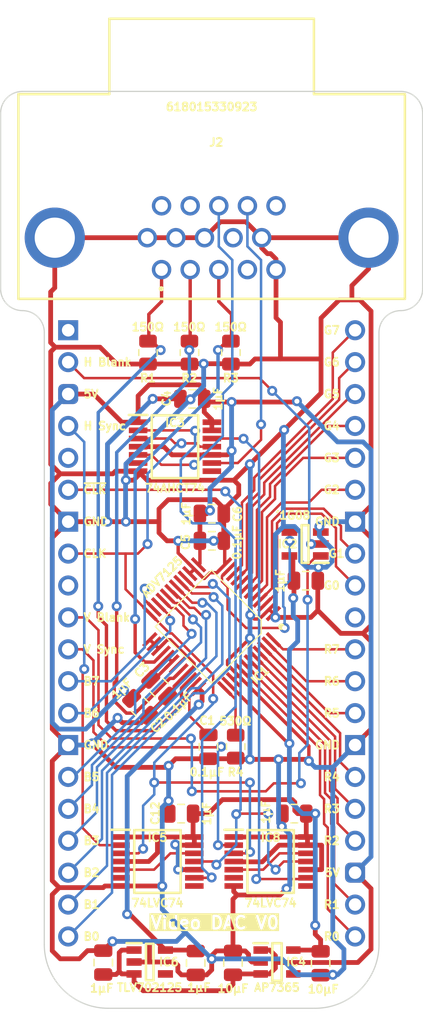
<source format=kicad_pcb>
(kicad_pcb (version 20241229) (generator "pcbnew") (generator_version "9.0")
  (title_block (title "Video DAC") (date "2024-03-07") (rev "V0"))
  (layers (0 "F.Cu" signal) (2 "B.Cu" signal) (13 "F.Paste" user) (15 "B.Paste" user) (5 "F.SilkS" user "F.Silkscreen") (7 "B.SilkS" user "B.Silkscreen") (1 "F.Mask" user) (3 "B.Mask" user) (25 "Edge.Cuts" user))
  (net 0 "")
  (net 1 "GND")
  (net 2 "5V")
  (net 3 "Net-(IC1-Capacitor_{COMP})")
  (net 4 "Blue4")
  (net 5 "Red1")
  (net 6 "Blue0")
  (net 7 "Blue6")
  (net 8 "Blue7")
  (net 9 "Green3")
  (net 10 "Red4")
  (net 11 "Red5")
  (net 12 "Blue1")
  (net 13 "Green7")
  (net 14 "Red7")
  (net 15 "Blue5")
  (net 16 "Green4")
  (net 17 "CLK")
  (net 18 "Green6")
  (net 19 "Red2")
  (net 20 "/Blue _{OUT}")
  (net 21 "/Green _{OUT}")
  (net 22 "/Red _{OUT}")
  (net 23 "/1.25V")
  (net 24 "Net-(IC1-Resistor_{SET})")
  (net 25 "/3.3V")
  (net 26 "Red0")
  (net 27 "Green2")
  (net 28 "Red6")
  (net 29 "Green0")
  (net 30 "Red3")
  (net 31 "Green5")
  (net 32 "Green1")
  (net 33 "Blue3")
  (net 34 "/Horizontal Sync _{HALF}")
  (net 35 "/Horizontal Sync _{OUT}")
  (net 38 "/Vertical Sync _{OUT}")
  (net 39 "/Vertical Sync _{HALF}")
  (net 40 "Blue2")
  (net 41 "/Horizontal Sync _{~{HALF}}")
  (net 45 "Vertical Blank")
  (net 46 "/Vertical Sync _{~{HALF}}")
  (net 59 "Horizontal Blank")
  (net 60 "Horizontal Sync")
  (net 61 "/Blank")
  (net 62 "~{CLK}")
  (net 63 "Vertical Sync")
  (footprint "SamacSys_Parts:R_0805" (layer "F.Cu") (at 6.35 1.778 180)
    (property "Reference" "R1")
    (property "Value" "150Ω")
  )
  (footprint "SamacSys_Parts:SOT95P275X110-5N" (layer "F.Cu") (at 18.878 17.018 180)
    (property "Reference" "IC2")
    (property "Value" "74LVC1G08GV,125" (hide yes))
  )
  (footprint "SamacSys_Parts:SOT95P280X145-5N" (layer "F.Cu") (at 6.497 50.292)
    (property "Reference" "IC6")
    (property "Value" "TLV702125QDBVRQ1" (hide yes))
  )
  (footprint "SamacSys_Parts:C_0805" (layer "F.Cu") (at 5.715 29.972 -135)
    (property "Reference" "C2")
    (property "Value" "1μF")
  )
  (footprint "SamacSys_Parts:C_0805" (layer "F.Cu") (at 18.034 38.481 90)
    (property "Reference" "C7" (hide yes))
    (property "Value" "1μF")
  )
  (footprint "SamacSys_Parts:SOP65P640X110-14N" (layer "F.Cu") (at 16.129 42.291)
    (property "Reference" "IC8")
    (property "Value" "74LVC74APW,118" (hide yes))
  )
  (footprint "SamacSys_Parts:R_0805" (layer "F.Cu") (at 12.954 1.778 180)
    (property "Reference" "R3")
    (property "Value" "150Ω")
  )
  (footprint "SamacSys_Parts:C_0805" (layer "F.Cu") (at 11.176 33.147 180)
    (property "Reference" "C1")
    (property "Value" "0.1μF")
  )
  (footprint "SamacSys_Parts:C_0805" (layer "F.Cu") (at 2.794 50.353)
    (property "Reference" "C8" (hide yes))
    (property "Value" "1µF")
  )
  (footprint "SamacSys_Parts:C_0805" (layer "F.Cu") (at 18.923 19.939 -90)
    (property "Reference" "C13" (hide yes))
    (property "Value" "1μF")
  )
  (footprint "SamacSys_Parts:R_0805" (layer "F.Cu") (at 9.652 1.778 180)
    (property "Reference" "R2")
    (property "Value" "150Ω")
  )
  (footprint "SamacSys_Parts:C_0805" (layer "F.Cu") (at 11.43 14.605 -90)
    (property "Reference" "C6")
    (property "Value" "1μF")
  )
  (footprint "SamacSys_Parts:QFP50P900X900X160-48N" (layer "F.Cu") (at 11.43 23.5966 -135)
    (property "Reference" "IC1")
    (property "Value" "ADV7125KSTZ50" (hide yes))
  )
  (footprint "SamacSys_Parts:SOP65P640X110-14N" (layer "F.Cu") (at 8.509 9.271)
    (property "Reference" "IC3")
    (property "Value" "SN74AHCT74PWR" (hide yes))
  )
  (footprint "SamacSys_Parts:618015330923" (layer "F.Cu") (at 11.43 -18.796 180)
    (property "Reference" "J2")
    (property "Value" "618015330923")
  )
  (footprint "SamacSys_Parts:C_0805" (layer "F.Cu") (at 7.239 28.448 -135)
    (property "Reference" "C3")
    (property "Value" "0.1μF")
  )
  (footprint "SamacSys_Parts:C_0805" (layer "F.Cu") (at 11.43 16.764 -90)
    (property "Reference" "C5")
    (property "Value" "0.1μF")
  )
  (footprint "SamacSys_Parts:R_0805" (layer "F.Cu") (at 13.335 33.147 180)
    (property "Reference" "R4")
    (property "Value" "530Ω")
  )
  (footprint "SamacSys_Parts:C_0805" (layer "F.Cu") (at 20.115 50.375 180)
    (property "Reference" "C10" (hide yes))
    (property "Value" "10µF")
  )
  (footprint "SamacSys_Parts:C_0805" (layer "F.Cu") (at 9.906 5.461 90)
    (property "Reference" "C4")
    (property "Value" "1μF")
  )
  (footprint "SamacSys_Parts:C_0805" (layer "F.Cu") (at 9.017 38.481 90)
    (property "Reference" "C12")
    (property "Value" "1μF")
  )
  (footprint "SamacSys_Parts:SOP65P640X110-14N" (layer "F.Cu") (at 7.112 42.291)
    (property "Reference" "IC5")
    (property "Value" "74LVC74APW,118" (hide yes))
  )
  (footprint "SamacSys_Parts:C_0805" (layer "F.Cu") (at 10.16 50.353 180)
    (property "Reference" "C11" (hide yes))
    (property "Value" "1µF")
  )
  (footprint "SamacSys_Parts:C_0805" (layer "F.Cu") (at 13.13 50.375)
    (property "Reference" "C9" (hide yes))
    (property "Value" "10µF")
  )
  (footprint "SamacSys_Parts:SOT95P285X130-5N" (layer "F.Cu") (at 16.637 50.292)
    (property "Reference" "IC4")
    (property "Value" "AP7365-33WG-7" (hide yes))
  )
  (footprint "SamacSys_Parts:DIP-40_Board_W22.86mm_Nak" (layer "F.Cu") (at 0 0)
    (property "Reference" "J3" (hide yes))
    (property "Value" "Board 2x20 W22.86mm")
  )
  (footprint "SamacSys_Parts:PinHeader_1x20_P2.54mm_Vertical" (layer "B.Cu") (at 0 0 180)
    (property "Reference" "J1" (hide yes))
    (property "Value" "Pin_Header_01x20" (hide yes))
  )
  (footprint "SamacSys_Parts:PinHeader_1x20_P2.54mm_Vertical" (layer "B.Cu") (at 22.86 0 180)
    (property "Reference" "J4" (hide yes))
    (property "Value" "Pin_Header_01x20" (hide yes))
  )
  (gr_line (start -5.384421 -3.302) (end -5.384421 -17.272) (stroke (width 0.1)) (layer "Edge.Cuts"))
  (gr_arc (start -5.384421 -17.272) (mid -4.874606 -18.502804) (end -3.643802 -19.012619) (stroke (width 0.1)) (layer "Edge.Cuts"))
  (gr_line (start 28.244422 -3.301999) (end 28.244422 -17.271999) (stroke (width 0.1)) (layer "Edge.Cuts"))
  (gr_line (start -1.903183 0.179238) (end -1.904999 48.895) (stroke (width 0.1)) (layer "Edge.Cuts"))
  (gr_arc (start 24.763184 0.179239) (mid 25.272986 -1.051589) (end 26.503803 -1.56138) (stroke (width 0.1)) (layer "Edge.Cuts"))
  (gr_arc (start 28.244422 -3.301999) (mid 27.734636 -2.071166) (end 26.503803 -1.56138) (stroke (width 0.1)) (layer "Edge.Cuts"))
  (gr_line (start 19.685001 53.975) (end 3.175001 53.975) (stroke (width 0.1)) (layer "Edge.Cuts"))
  (gr_arc (start 24.765 48.895001) (mid 23.277102 52.487102) (end 19.685001 53.975) (stroke (width 0.1)) (layer "Edge.Cuts"))
  (gr_arc (start -3.643802 -1.561381) (mid -2.413011 -1.051564) (end -1.903183 0.179238) (stroke (width 0.1)) (layer "Edge.Cuts"))
  (gr_line (start -3.643802 -19.012617) (end 26.503803 -19.012618) (stroke (width 0.1)) (layer "Edge.Cuts"))
  (gr_arc (start -3.643802 -1.561381) (mid -4.874604 -2.071197) (end -5.384421 -3.302) (stroke (width 0.1)) (layer "Edge.Cuts"))
  (gr_arc (start 26.503803 -19.012618) (mid 27.734633 -18.502831) (end 28.244422 -17.271999) (stroke (width 0.1)) (layer "Edge.Cuts"))
  (gr_line (start 24.763184 0.179239) (end 24.765 48.895001) (stroke (width 0.1)) (layer "Edge.Cuts"))
  (gr_arc (start 3.175001 53.975) (mid -0.417102 52.487103) (end -1.904999 48.895) (stroke (width 0.1)) (layer "Edge.Cuts"))
  (gr_text "H Blank" (at 1.143 2.54 0) (layer "F.SilkS") (effects (font (size 0.635 0.635) (thickness 0.15) (bold yes)) (justify left)))
  (gr_text "B2" (at 1.143 43.18 0) (layer "F.SilkS") (effects (font (size 0.635 0.635) (thickness 0.15) (bold yes)) (justify left)))
  (gr_text "G0" (at 21.717 20.32 0) (layer "F.SilkS") (effects (font (size 0.635 0.635) (thickness 0.15) (bold yes)) (justify right)))
  (gr_text "G5" (at 21.717 5.08 0) (layer "F.SilkS") (effects (font (size 0.635 0.635) (thickness 0.15) (bold yes)) (justify right)))
  (gr_text "R3" (at 21.717 38.1 0) (layer "F.SilkS") (effects (font (size 0.635 0.635) (thickness 0.15) (bold yes)) (justify right)))
  (gr_text "G1" (at 22.098 17.78 0) (layer "F.SilkS") (effects (font (size 0.635 0.635) (thickness 0.15) (bold yes)) (justify right)))
  (gr_text "~{CLK}" (at 1.143 12.7 0) (layer "F.SilkS") (effects (font (size 0.635 0.635) (thickness 0.15) (bold yes)) (justify left)))
  (gr_text "CLK" (at 1.143 17.78 0) (layer "F.SilkS") (effects (font (size 0.635 0.635) (thickness 0.15) (bold yes)) (justify left)))
  (gr_text "5V" (at 21.717 43.18 0) (layer "F.SilkS") (effects (font (size 0.635 0.635) (thickness 0.15) (bold yes)) (justify right)))
  (gr_text "G7" (at 21.717 0 0) (layer "F.SilkS") (effects (font (size 0.635 0.635) (thickness 0.15) (bold yes)) (justify right)))
  (gr_text "V Sync" (at 1.143 25.4 0) (layer "F.SilkS") (effects (font (size 0.635 0.635) (thickness 0.15) (bold yes)) (justify left)))
  (gr_text "R6" (at 21.717 27.94 0) (layer "F.SilkS") (effects (font (size 0.635 0.635) (thickness 0.15) (bold yes)) (justify right)))
  (gr_text "B6" (at 1.143 30.48 0) (layer "F.SilkS") (effects (font (size 0.635 0.635) (thickness 0.15) (bold yes)) (justify left)))
  (gr_text "B3" (at 1.143 40.64 0) (layer "F.SilkS") (effects (font (size 0.635 0.635) (thickness 0.15) (bold yes)) (justify left)))
  (gr_text "GND" (at 1.143 15.24 0) (layer "F.SilkS") (effects (font (size 0.635 0.635) (thickness 0.15) (bold yes)) (justify left)))
  (gr_text "GND" (at 21.717 15.24 0) (layer "F.SilkS") (effects (font (size 0.635 0.635) (thickness 0.15) (bold yes)) (justify right)))
  (gr_text "B4" (at 1.143 38.1 0) (layer "F.SilkS") (effects (font (size 0.635 0.635) (thickness 0.15) (bold yes)) (justify left)))
  (gr_text "B1" (at 1.143 45.72 0) (layer "F.SilkS") (effects (font (size 0.635 0.635) (thickness 0.15) (bold yes)) (justify left)))
  (gr_text "B0" (at 1.143 48.26 0) (layer "F.SilkS") (effects (font (size 0.635 0.635) (thickness 0.15) (bold yes)) (justify left)))
  (gr_text "R4" (at 21.717 35.56 0) (layer "F.SilkS") (effects (font (size 0.635 0.635) (thickness 0.15) (bold yes)) (justify right)))
  (gr_text "R2" (at 21.717 40.64 0) (layer "F.SilkS") (effects (font (size 0.635 0.635) (thickness 0.15) (bold yes)) (justify right)))
  (gr_text "B7" (at 1.143 27.94 0) (layer "F.SilkS") (effects (font (size 0.635 0.635) (thickness 0.15) (bold yes)) (justify left)))
  (gr_text "G3" (at 21.717 10.16 0) (layer "F.SilkS") (effects (font (size 0.635 0.635) (thickness 0.15) (bold yes)) (justify right)))
  (gr_text "R7" (at 21.717 25.4 0) (layer "F.SilkS") (effects (font (size 0.635 0.635) (thickness 0.15) (bold yes)) (justify right)))
  (gr_text "V Blank" (at 1.143 22.86 0) (layer "F.SilkS") (effects (font (size 0.635 0.635) (thickness 0.15) (bold yes)) (justify left)))
  (gr_text "R5" (at 21.717 30.48 0) (layer "F.SilkS") (effects (font (size 0.635 0.635) (thickness 0.15) (bold yes)) (justify right)))
  (gr_text "G2" (at 21.717 12.7 0) (layer "F.SilkS") (effects (font (size 0.635 0.635) (thickness 0.15) (bold yes)) (justify right)))
  (gr_text "H Sync" (at 1.143 7.62 0) (layer "F.SilkS") (effects (font (size 0.635 0.635) (thickness 0.15) (bold yes)) (justify left)))
  (gr_text "GND" (at 1.143 33.02 0) (layer "F.SilkS") (effects (font (size 0.635 0.635) (thickness 0.15) (bold yes)) (justify left)))
  (gr_text "B5" (at 1.143 35.56 0) (layer "F.SilkS") (effects (font (size 0.635 0.635) (thickness 0.15) (bold yes)) (justify left)))
  (gr_text "G6" (at 21.717 2.54 0) (layer "F.SilkS") (effects (font (size 0.635 0.635) (thickness 0.15) (bold yes)) (justify right)))
  (gr_text "5V" (at 1.143 5.08 0) (layer "F.SilkS") (effects (font (size 0.635 0.635) (thickness 0.15) (bold yes)) (justify left)))
  (gr_text "Video DAC V0" (at 11.684 47.752 0) (layer "F.SilkS" knockout) (effects (font (size 1 1) (thickness 0.2) (bold yes)) (justify bottom)))
  (gr_text "R0" (at 21.717 48.26 0) (layer "F.SilkS") (effects (font (size 0.635 0.635) (thickness 0.15) (bold yes)) (justify right)))
  (gr_text "GND" (at 21.717 33.02 0) (layer "F.SilkS") (effects (font (size 0.635 0.635) (thickness 0.15) (bold yes)) (justify right)))
  (gr_text "R1" (at 21.717 45.72 0) (layer "F.SilkS") (effects (font (size 0.635 0.635) (thickness 0.15) (bold yes)) (justify right)))
  (gr_text "G4" (at 21.717 7.62 0) (layer "F.SilkS") (effects (font (size 0.635 0.635) (thickness 0.15) (bold yes)) (justify right)))
  (segment (start 8.737 51.028) (end 9.028 51.319) (width 0.38) (layer "F.Cu") (net 1))
  (segment (start 16.891 44.958) (end 17.399 44.45) (width 0.38) (layer "F.Cu") (net 1))
  (segment (start 6.36 2.6905) (end 3.8805 2.6905) (width 0.38) (layer "F.Cu") (net 1))
  (segment (start 14.478 34.163) (end 13.4485 34.163) (width 0.38) (layer "F.Cu") (net 1))
  (segment (start 5.571 11.572) (end 5.204992 11.938008) (width 0.38) (layer "F.Cu") (net 1))
  (segment (start 16.56 -5.665) (end 16.129 -6.096) (width 0.38) (layer "F.Cu") (net 1))
  (segment (start 9.32862 27.45811) (end 8.4455 28.34123) (width 0.27) (layer "F.Cu") (net 1))
  (segment (start 16.129 -6.096) (end 15.875 -6.096) (width 0.38) (layer "F.Cu") (net 1))
  (segment (start -0.635 11.43) (end -1.390426 12.185426) (width 0.38) (layer "F.Cu") (net 1))
  (segment (start 10.795 2.667) (end 9.6855 2.667) (width 0.38) (layer "F.Cu") (net 1))
  (segment (start 9.701991 5.461) (end 9.740497 5.499506) (width 0.38) (layer "F.Cu") (net 1))
  (segment (start 9.35081 26.035) (end 9.35081 25.86081) (width 0.27) (layer "F.Cu") (net 1))
  (segment (start 24.13 16.51) (end 22.86 15.24) (width 0.38) (layer "F.Cu") (net 1))
  (segment (start -0.635 50.038) (end 0.889 50.038) (width 0.38) (layer "F.Cu") (net 1))
  (segment (start 12.964 2.6905) (end 14.478 2.6905) (width 0.38) (layer "F.Cu") (net 1))
  (segment (start 9.35081 25.86081) (end 8.128 24.638) (width 0.27) (layer "F.Cu") (net 1))
  (segment (start 17.068 38.481) (end 17.068 39.447) (width 0.38) (layer "F.Cu") (net 1))
  (segment (start 10.033 26.521599) (end 9.546401 26.035) (width 0.27) (layer "F.Cu") (net 1))
  (segment (start 9.35081 26.035) (end 9.223588 26.162222) (width 0.27) (layer "F.Cu") (net 1))
  (segment (start 22.606 -2.413) (end 22.606 -3.556) (width 0.38) (layer "F.Cu") (net 1))
  (segment (start -1.03 1.35) (end -1.390426 1.710426) (width 0.38) (layer "F.Cu") (net 1))
  (segment (start 7.236339 16.126339) (end 7.874002 16.764002) (width 0.38) (layer "F.Cu") (net 1))
  (segment (start 14.15 -8.636) (end 15.42 -7.366) (width 0.38) (layer "F.Cu") (net 1))
  (segment (start 16.9145 -0.635) (end 16.9145 2.286) (width 0.38) (layer "F.Cu") (net 1))
  (segment (start 24.13 24.765) (end 23.495 24.13) (width 0.38) (layer "F.Cu") (net 1))
  (segment (start 8.4455 28.34123) (end 8.4455 28.6385) (width 0.27) (layer "F.Cu") (net 1))
  (segment (start 11.4355 49.7785) (end 11.4355 50.0435) (width 0.38) (layer "F.Cu") (net 1))
  (segment (start 19.331 22.86) (end 16.51 22.86) (width 0.38) (layer "F.Cu") (net 1))
  (segment (start 24.13 13.97) (end 24.13 -1.524) (width 0.38) (layer "F.Cu") (net 1))
  (segment (start 7.874002 16.764002) (end 8.763002 16.764002) (width 0.38) (layer "F.Cu") (net 1))
  (segment (start 16.009931 22.213641) (end 15.236572 22.987) (width 0.27) (layer "F.Cu") (net 1))
  (segment (start 14.632 50.292) (end 14.372 50.032) (width 0.38) (layer "F.Cu") (net 1))
  (segment (start 16.56 -0.9895) (end 16.9145 -0.635) (width 0.38) (layer "F.Cu") (net 1))
  (segment (start -1.07 -7.366) (end 6.3 -7.366) (width 0.38) (layer "F.Cu") (net 1))
  (segment (start 6.477 48.892) (end 6.477 50.292) (width 0.38) (layer "F.Cu") (net 1))
  (segment (start 11.4355 50.9215) (end 11.4355 50.0435) (width 0.38) (layer "F.Cu") (net 1))
  (segment (start 13.53138 27.45811) (end 19.177004 33.103734) (width 0.27) (layer "F.Cu") (net 1))
  (segment (start 5.247 50.292) (end 6.477 50.292) (width 0.38) (layer "F.Cu") (net 1))
  (segment (start 3.556 11.43) (end -0.635 11.43) (width 0.38) (layer "F.Cu") (net 1))
  (segment (start 15.236572 22.987) (end 14.832951 22.987) (width 0.27) (layer "F.Cu") (net 1))
  (segment (start 19.889 22.302) (end 19.331 22.86) (width 0.38) (layer "F.Cu") (net 1))
  (segment (start 19.177004 33.103734) (end 19.177004 34.290008) (width 0.27) (layer "F.Cu") (net 1))
  (segment (start 9.662 2.6905) (end 6.36 2.6905) (width 0.38) (layer "F.Cu") (net 1))
  (segment (start 22.86 15.24) (end 24.13 13.97) (width 0.38) (layer "F.Cu") (net 1))
  (segment (start 16.9145 2.286) (end 14.8825 2.286) (width 0.38) (layer "F.Cu") (net 1))
  (segment (start 5.571 11.221) (end 3.765 11.221) (width 0.38) (layer "F.Cu") (net 1))
  (segment (start 7.236339 15.237339) (end 4.599 15.237339) (width 0.38) (layer "F.Cu") (net 1))
  (segment (start 10.047041 19.016669) (end 8.763002 17.73263) (width 0.27) (layer "F.Cu") (net 1))
  (segment (start -1.390426 12.185426) (end -1.390426 13.849574) (width 0.38) (layer "F.Cu") (net 1))
  (segment (start -1.390426 1.710426) (end -1.390426 10.668) (width 0.38) (layer "F.Cu") (net 1))
  (segment (start 6.477 50.292) (end 8.477 50.292) (width 0.38) (layer "F.Cu") (net 1))
  (segment (start 20.146026 2.286) (end 20.146026 -0.969026) (width 0.38) (layer "F.Cu") (net 1))
  (segment (start -1.390426 13.849574) (end 0 15.24) (width 0.38) (layer "F.Cu") (net 1))
  (segment (start 21.59 -2.413) (end 22.606 -2.413) (width 0.38) (layer "F.Cu") (net 1))
  (segment (start 11.303 19.304) (end 10.850579 19.756421) (width 0.27) (layer "F.Cu") (net 1))
  (segment (start 10.786793 19.756421) (end 10.047041 19.016669) (width 0.27) (layer "F.Cu") (net 1))
  (segment (start 9.223588 26.162222) (end 8.62816 26.75765) (width 0.27) (layer "F.Cu") (net 1))
  (segment (start 9.028 51.319) (end 10.16 51.319) (width 0.38) (layer "F.Cu") (net 1))
  (segment (start 8.94 5.461) (end 6.731 5.461) (width 0.38) (layer "F.Cu") (net 1))
  (segment (start 14.372 49.678) (end 14.103 49.409) (width 0.38) (layer "F.Cu") (net 1))
  (segment (start 22.86 33.02) (end 24.13 31.75) (width 0.38) (layer "F.Cu") (net 1))
  (segment (start 16.56 -4.826) (end 16.56 -0.9895) (width 0.38) (layer "F.Cu") (net 1))
  (segment (start -1.27 49.403) (end -0.635 50.038) (width 0.38) (layer "F.Cu") (net 1))
  (segment (start 10.850579 19.756421) (end 10.786793 19.756421) (width 0.27) (layer "F.Cu") (net 1))
  (segment (start 19.889 22.302) (end 19.889 19.939) (width 0.38) (layer "F.Cu") (net 1))
  (segment (start 14.832951 22.987) (end 14.509488 22.663537) (width 0.27) (layer "F.Cu") (net 1))
  (segment (start 20.148 51.308) (end 21.082006 51.308) (width 0.38) (layer "F.Cu") (net 1))
  (segment (start 11.038 51.319) (end 11.4355 50.9215) (width 0.38) (layer "F.Cu") (net 1))
  (segment (start 12.396 14.274) (end 12.877 13.793) (width 0.38) (layer "F.Cu") (net 1))
  (segment (start 10.16 51.319) (end 11.038 51.319) (width 0.38) (layer "F.Cu") (net 1))
  (segment (start 10.033 26.75373) (end 10.033 26.521599) (width 0.27) (layer "F.Cu") (net 1))
  (segment (start 8.58 -7.366) (end 10.86 -7.366) (width 0.38) (layer "F.Cu") (net 1))
  (segment (start 8.737 50.552) (end 8.737 51.028) (width 0.38) (layer "F.Cu") (net 1))
  (segment (start 24.13 23.495) (end 24.13 16.51) (width 0.38) (layer "F.Cu") (net 1))
  (segment (start 17.2085 7.9375) (end 20.146026 4.999974) (width 0.38) (layer "F.Cu") (net 1))
  (segment (start 9.68783 19.37588) (end 10.047041 19.016669) (width 0.27) (layer "F.Cu") (net 1))
  (segment (start 16.009931 22.213641) (end 16.35118 22.55489) (width 0.27) (layer "F.Cu") (net 1))
  (segment (start 8.128 24.638) (end 7.91005 24.638) (width 0.27) (layer "F.Cu") (net 1))
  (segment (start 20.146026 -0.969026) (end 21.59 -2.413) (width 0.38) (layer "F.Cu") (net 1))
  (segment (start 7.874 34.798) (end 3.81 34.798) (width 0.38) (layer "F.Cu") (net 1))
  (segment (start 13.17217 27.81732) (end 13.53138 27.45811) (width 0.27) (layer "F.Cu") (net 1))
  (segment (start 21.717 24.13) (end 23.495 24.13) (width 0.38) (layer "F.Cu") (net 1))
  (segment (start 15.42 -6.551) (end 15.875 -6.096) (width 0.38) (layer "F.Cu") (net 1))
  (segment (start 13.589 12.319) (end 13.208 11.938) (width 0.38) (layer "F.Cu") (net 1))
  (segment (start 8.763002 17.73263) (end 8.763002 16.764002) (width 0.27) (layer "F.Cu") (net 1))
  (segment (start -1.27 43.815) (end -1.27 34.29) (width 0.38) (layer "F.Cu") (net 1))
  (segment (start 8.051 37.515008) (end 8.001 37.465008) (width 0.38) (layer "F.Cu") (net 1))
  (segment (start 11.176 34.113) (end 8.559 34.113) (width 0.38) (layer "F.Cu") (net 1))
  (segment (start 6.850069 24.979559) (end 7.20928 25.33877) (width 0.27) (layer "F.Cu") (net 1))
  (segment (start 8.94 5.461) (end 9.701991 5.461) (width 0.38) (layer "F.Cu") (net 1))
  (segment (start 13.208 11.938) (end 14.478003 10.667997) (width 0.38) (layer "F.Cu") (net 1))
  (segment (start -1.27 34.29) (end 0 33.02) (width 0.38) (layer "F.Cu") (net 1))
  (segment (start 20.146026 4.999974) (end 20.146026 2.286) (width 0.38) (layer "F.Cu") (net 1))
  (segment (start 6.398065 30.655065) (end 7.922065 29.131065) (width 0.38) (layer "F.Cu") (net 1))
  (segment (start 12.877 13.793) (end 13.589 13.081) (width 0.38) (layer "F.Cu") (net 1))
  (segment (start 6.50882 24.63831) (end 6.850069 24.979559) (width 0.27) (layer "F.Cu") (net 1))
  (segment (start 5.204992 11.938008) (end 4.599 11.938008) (width 0.38) (layer "F.Cu") (net 1))
  (segment (start 6.237 48.652) (end 6.477 48.892) (width 0.38) (layer "F.Cu") (net 1))
  (segment (start 4.599 15.237339) (end 4.596339 15.24) (width 0.38) (layer "F.Cu") (net 1))
  (segment (start 7.91005 24.638) (end 7.20928 25.33877) (width 0.27) (layer "F.Cu") (net 1))
  (segment (start 16.764 34.163) (end 14.478 34.163) (width 0.38) (layer "F.Cu") (net 1))
  (segment (start 8.477 50.292) (end 8.737 50.552) (width 0.38) (layer "F.Cu") (net 1))
  (segment (start 14.372 50.032) (end 14.372 49.678) (width 0.38) (layer "F.Cu") (net 1))
  (segment (start 3.81 34.798) (end 1.905 32.893) (width 0.38) (layer "F.Cu") (net 1))
  (segment (start 10.795 2.667) (end 12.9405 2.667) (width 0.38) (layer "F.Cu") (net 1))
  (segment (start 4.596339 15.24) (end 3.129 15.24) (width 0.38) (layer "F.Cu") (net 1))
  (segment (start 16.764 34.163) (end 19.049996 34.163) (width 0.38) (layer "F.Cu") (net 1))
  (segment (start 9.546401 26.035) (end 9.35081 26.035) (width 0.27) (layer "F.Cu") (net 1))
  (segment (start 12.7 26.62673) (end 12.7 26.295988) (width 0.27) (layer "F.Cu") (net 1))
  (segment (start 5.81113 31.242) (end 4.318 31.242) (width 0.38) (layer "F.Cu") (net 1))
  (segment (start 24.13 31.75) (end 24.13 24.765) (width 0.38) (layer "F.Cu") (net 1))
  (segment (start 6.3 -7.366) (end 8.58 -7.366) (width 0.38) (layer "F.Cu") (net 1))
  (segment (start 19.049996 34.163) (end 19.177004 34.290008) (width 0.38) (layer "F.Cu") (net 1))
  (segment (start 4.318 31.242) (end 3.937 30.861) (width 0.38) (layer "F.Cu") (net 1))
  (segment (start 19.939 18.867502) (end 19.939 19.889) (width 0.38) (layer "F.Cu") (net 1))
  (segment (start 2.923 44.241) (end 2.794 44.37) (width 0.38) (layer "F.Cu") (net 1))
  (segment (start 12.396 16.764) (end 11.5955 16.764) (width 0.38) (layer "F.Cu") (net 1))
  (segment (start 8.051 38.481) (end 8.051 37.515008) (width 0.38) (layer "F.Cu") (net 1))
  (segment (start -0.635 11.423426) (end -0.635 11.43) (width 0.38) (layer "F.Cu") (net 1))
  (segment (start -1.390426 10.668) (end -0.635 11.423426) (width 0.38) (layer "F.Cu") (net 1))
  (segment (start 23.93 -7.366) (end 15.42 -7.366) (width 0.38) (layer "F.Cu") (net 1))
  (segment (start 13.191 44.687) (end 13.462 44.958) (width 0.38) (layer "F.Cu") (net 1))
  (segment (start 4.174 44.241) (end 7.493 44.241) (width 0.38) (layer "F.Cu") (net 1))
  (segment (start 1.54 49.387) (end 2.794 49.387) (width 0.38) (layer "F.Cu") (net 1))
  (segment (start -1.07 -3.375) (end -1.07 -7.366) (width 0.38) (layer "F.Cu") (net 1))
  (segment (start 2.54 1.35) (end -1.03 1.35) (width 0.38) (layer "F.Cu") (net 1))
  (segment (start 14.8825 2.286) (end 14.478 2.6905) (width 0.38) (layer "F.Cu") (net 1))
  (segment (start 22.606 -3.556) (end 23.93 -4.88) (width 0.38) (layer "F.Cu") (net 1))
  (segment (start 13.13 45.29) (end 13.462 44.958) (width 0.38) (layer "F.Cu") (net 1))
  (segment (start -0.715 44.37) (end -1.27 44.925) (width 0.38) (layer "F.Cu") (net 1))
  (segment (start -1.27 16.51) (end 0 15.24) (width 0.38) (layer "F.Cu") (net 1))
  (segment (start 5.571 11.221) (end 5.571 11.572) (width 0.38) (layer "F.Cu") (net 1))
  (segment (start 13.462 44.958) (end 16.891 44.958) (width 0.38) (layer "F.Cu") (net 1))
  (segment (start 3.8805 2.6905) (end 2.54 1.35) (width 0.38) (layer "F.Cu") (net 1))
  (segment (start 5.571 11.221) (end 6.288 11.938) (width 0.38) (layer "F.Cu") (net 1))
  (segment (start 7.236339 14.226661) (end 7.236339 15.237339) (width 0.38) (layer "F.Cu") (net 1))
  (segment (start 12.47171 18.67542) (end 12.47171 16.83971) (width 0.27) (layer "F.Cu") (net 1))
  (segment (start 11.805 49.409) (end 11.4355 49.7785) (width 0.38) (layer "F.Cu") (net 1))
  (segment (start 7.236339 15.237339) (end 7.236339 16.126339) (width 0.38) (layer "F.Cu") (net 1))
  (segment (start 6.398065 30.655065) (end 5.81113 31.242) (width 0.38) (layer "F.Cu") (net 1))
  (segment (start 12.396 14.605) (end 12.396 16.764) (width 0.38) (layer "F.Cu") (net 1))
  (segment (start 20.146026 2.286) (end 16.9145 2.286) (width 0.38) (layer "F.Cu") (net 1))
  (segment (start 2.794 44.37) (end -0.715 44.37) (width 0.38) (layer "F.Cu") (net 1))
  (segment (start 12.396 14.174) (end 11.712 13.49) (width 0.38) (layer "F.Cu") (net 1))
  (segment (start 15.42 -7.366) (end 15.42 -6.551) (width 0.38) (layer "F.Cu") (net 1))
  (segment (start 23.495 24.13) (end 24.13 23.495) (width 0.38) (layer "F.Cu") (net 1))
  (segment (start 13.53138 27.45811) (end 12.7 26.62673) (width 0.27) (layer "F.Cu") (net 1))
  (segment (start 4.174 44.241) (end 2.923 44.241) (width 0.38) (layer "F.Cu") (net 1))
  (segment (start 14.103 49.409) (end 13.13 49.409) (width 0.38) (layer "F.Cu") (net 1))
  (segment (start -1.27 44.925) (end -1.27 49.403) (width 0.38) (layer "F.Cu") (net 1))
  (segment (start 17.2085 7.9375) (end 14.478003 10.667997) (width 0.38) (layer "F.Cu") (net 1))
  (segment (start 23.241 -2.413) (end 24.13 -1.524) (width 0.38) (layer "F.Cu") (net 1))
  (segment (start 13.589 12.319) (end 13.589 13.081) (width 0.38) (layer "F.Cu") (net 1))
  (segment (start 21.717 24.13) (end 19.889 22.302) (width 0.38) (layer "F.Cu") (net 1))
  (segment (start -0.715 44.37) (end -1.27 43.815) (width 0.38) (layer "F.Cu") (net 1))
  (segment (start 10.86 -7.366) (end 12.13 -8.636) (width 0.38) (layer "F.Cu") (net 1))
  (segment (start 3.529 48.652) (end 6.237 48.652) (width 0.38) (layer "F.Cu") (net 1))
  (segment (start 12.13 -8.636) (end 14.15 -8.636) (width 0.38) (layer "F.Cu") (net 1))
  (segment (start 22.606 -2.413) (end 23.241 -2.413) (width 0.38) (layer "F.Cu") (net 1))
  (segment (start 8.001 34.671) (end 7.874 34.798) (width 0.38) (layer "F.Cu") (net 1))
  (segment (start 16.56 -4.826) (end 16.56 -5.665) (width 0.38) (layer "F.Cu") (net 1))
  (segment (start 23.93 -4.88) (end 23.93 -7.366) (width 0.38) (layer "F.Cu") (net 1))
  (segment (start 12.7 26.295988) (end 14.485 24.510988) (width 0.27) (layer "F.Cu") (net 1))
  (segment (start 12.47171 18.67542) (end 11.84313 19.304) (width 0.27) (layer "F.Cu") (net 1))
  (segment (start 8.559 34.113) (end 8.001 34.671) (width 0.38) (layer "F.Cu") (net 1))
  (segment (start 15.337 50.292) (end 14.632 50.292) (width 0.38) (layer "F.Cu") (net 1))
  (segment (start -1.397 0.983) (end -1.397 -3.048) (width 0.38) (layer "F.Cu") (net 1))
  (segment (start 11.84313 19.304) (end 11.303 19.304) (width 0.27) (layer "F.Cu") (net 1))
  (segment (start 9.32862 27.45811) (end 10.033 26.75373) (width 0.27) (layer "F.Cu") (net 1))
  (segment (start -1.03 1.35) (end -1.397 0.983) (width 0.38) (layer "F.Cu") (net 1))
  (segment (start 0 15.24) (end 3.129 15.24) (width 0.38) (layer "F.Cu") (net 1))
  (segment (start 8.4455 28.6385) (end 7.952935 29.131065) (width 0.27) (layer "F.Cu") (net 1))
  (segment (start 0 33.02) (end -1.27 31.75) (width 0.38) (layer "F.Cu") (net 1))
  (segment (start 11.712 13.49) (end 7.973 13.49) (width 0.38) (layer "F.Cu") (net 1))
  (segment (start 13.13 49.409) (end 13.13 45.29) (width 0.38) (layer "F.Cu") (net 1))
  (segment (start 7.973 13.49) (end 7.236339 14.226661) (width 0.38) (layer "F.Cu") (net 1))
  (segment (start 11.176 34.113) (end 13.2915 34.113) (width 0.38) (layer "F.Cu") (net 1))
  (segment (start 3.765 11.221) (end 3.556 11.43) (width 0.38) (layer "F.Cu") (net 1))
  (segment (start 0.889 50.038) (end 1.54 49.387) (width 0.38) (layer "F.Cu") (net 1))
  (segment (start -1.27 31.75) (end -1.27 16.51) (width 0.38) (layer "F.Cu") (net 1))
  (segment (start 6.288 11.938) (end 13.208 11.938) (width 0.38) (layer "F.Cu") (net 1))
  (segment (start -1.397 -3.048) (end -1.07 -3.375) (width 0.38) (layer "F.Cu") (net 1))
  (segment (start 2.794 49.387) (end 3.529 48.652) (width 0.38) (layer "F.Cu") (net 1))
  (segment (start 13.191 44.241) (end 13.191 44.687) (width 0.38) (layer "F.Cu") (net 1))
  (segment (start 13.13 49.409) (end 11.805 49.409) (width 0.38) (layer "F.Cu") (net 1))
  (segment (start 17.068 39.447) (end 17.018 39.497) (width 0.38) (layer "F.Cu") (net 1))
  (via (at 11.4355 50.0435) (size 0.8) (drill 0.4) (layers "F.Cu" "B.Cu") (net 1))
  (via (at 3.529 48.652) (size 0.8) (drill 0.4) (layers "F.Cu" "B.Cu") (net 1))
  (via (at 14.509488 22.663537) (size 0.8) (drill 0.4) (layers "F.Cu" "B.Cu") (net 1))
  (via (at 7.493 44.241) (size 0.8) (drill 0.4) (layers "F.Cu" "B.Cu") (net 1))
  (via (at 16.51 22.86) (size 0.8) (drill 0.4) (layers "F.Cu" "B.Cu") (net 1))
  (via (at 14.478 34.163) (size 0.8) (drill 0.4) (layers "F.Cu" "B.Cu") (net 1))
  (via (at 3.937 30.861) (size 0.8) (drill 0.4) (layers "F.Cu" "B.Cu") (net 1))
  (via (at 17.399 44.45) (size 0.8) (drill 0.4) (layers "F.Cu" "B.Cu") (net 1))
  (via (at 11.5955 16.764) (size 0.8) (drill 0.4) (layers "F.Cu" "B.Cu") (net 1))
  (via (at 1.905 32.893) (size 0.8) (drill 0.4) (layers "F.Cu" "B.Cu") (net 1))
  (via (at 19.177004 34.290008) (size 0.8) (drill 0.4) (layers "F.Cu" "B.Cu") (net 1))
  (via (at 8.763002 16.764002) (size 0.8) (drill 0.4) (layers "F.Cu" "B.Cu") (net 1))
  (via (at 4.599 15.237339) (size 0.8) (drill 0.4) (layers "F.Cu" "B.Cu") (net 1))
  (via (at 3.129 15.24) (size 0.8) (drill 0.4) (layers "F.Cu" "B.Cu") (net 1))
  (via (at 17.018 39.497) (size 0.8) (drill 0.4) (layers "F.Cu" "B.Cu") (net 1))
  (via (at 20.015471 15.628) (size 0.8) (drill 0.4) (layers "F.Cu" "B.Cu") (net 1))
  (via (at 17.2085 7.9375) (size 0.8) (drill 0.4) (layers "F.Cu" "B.Cu") (net 1))
  (via (at 21.082006 51.308) (size 0.8) (drill 0.4) (layers "F.Cu" "B.Cu") (net 1))
  (via (at 16.764 34.163) (size 0.8) (drill 0.4) (layers "F.Cu" "B.Cu") (net 1))
  (via (at 8.001 37.465008) (size 0.8) (drill 0.4) (layers "F.Cu" "B.Cu") (net 1))
  (via (at 4.599 11.938008) (size 0.8) (drill 0.4) (layers "F.Cu" "B.Cu") (net 1))
  (via (at 14.485 24.510988) (size 0.8) (drill 0.4) (layers "F.Cu" "B.Cu") (net 1))
  (via (at 14.478003 10.667997) (size 0.8) (drill 0.4) (layers "F.Cu" "B.Cu") (net 1))
  (via (at 19.939 18.867502) (size 0.8) (drill 0.4) (layers "F.Cu" "B.Cu") (net 1))
  (via (at 9.740497 5.499506) (size 0.8) (drill 0.4) (layers "F.Cu" "B.Cu") (net 1))
  (via (at 6.731 5.461) (size 0.8) (drill 0.4) (layers "F.Cu" "B.Cu") (net 1))
  (via (at 10.795 2.667) (size 0.8) (drill 0.4) (layers "F.Cu" "B.Cu") (net 1))
  (via (at 8.001 34.671) (size 0.8) (drill 0.4) (layers "F.Cu" "B.Cu") (net 1))
  (segment (start 4.572 15.210339) (end 4.572 11.965008) (width 0.38) (layer "B.Cu") (net 1))
  (segment (start 8.001 37.465008) (end 7.493 37.973008) (width 0.38) (layer "B.Cu") (net 1))
  (segment (start 18.034 15.621) (end 17.145 15.621) (width 0.38) (layer "B.Cu") (net 1))
  (segment (start 7.493 46.101) (end 7.493 44.241) (width 0.38) (layer "B.Cu") (net 1))
  (segment (start 21.0185 18.415) (end 21.0185 17.399) (width 0.38) (layer "B.Cu") (net 1))
  (segment (start 10.795 2.667) (end 10.795 4.445003) (width 0.38) (layer "B.Cu") (net 1))
  (segment (start 19.684996 34.798) (end 19.177004 34.290008) (width 0.38) (layer "B.Cu") (net 1))
  (segment (start 21.971 50.8) (end 21.971 49.276) (width 0.38) (layer "B.Cu") (net 1))
  (segment (start 0 33.02) (end 1.778 33.02) (width 0.38) (layer "B.Cu") (net 1))
  (segment (start 10.795 4.445003) (end 9.740497 5.499506) (width 0.38) (layer "B.Cu") (net 1))
  (segment (start 18.994502 18.867502) (end 18.513 18.386) (width 0.38) (layer "B.Cu") (net 1))
  (segment (start 19.939 18.867502) (end 20.565998 18.867502) (width 0.38) (layer "B.Cu") (net 1))
  (segment (start 22.86 15.24) (end 20.403471 15.24) (width 0.38) (layer "B.Cu") (net 1))
  (segment (start 14.509488 10.699482) (end 14.478003 10.667997) (width 0.38) (layer "B.Cu") (net 1))
  (segment (start 17.145 15.621) (end 16.51 16.256) (width 0.38) (layer "B.Cu") (net 1))
  (segment (start 14.485 22.688025) (end 14.485 24.510988) (width 0.38) (layer "B.Cu") (net 1))
  (segment (start 8.763004 16.764) (end 8.763002 16.764002) (width 0.38) (layer "B.Cu") (net 1))
  (segment (start 14.509488 22.663537) (end 14.509488 10.699482) (width 0.38) (layer "B.Cu") (net 1))
  (segment (start 19.939 18.867502) (end 18.994502 18.867502) (width 0.38) (layer "B.Cu") (net 1))
  (segment (start 17.653 44.196) (end 17.399 44.45) (width 0.38) (layer "B.Cu") (net 1))
  (segment (start 18.288 51.308) (end 21.082006 51.308) (width 0.38) (layer "B.Cu") (net 1))
  (segment (start 21.971 49.276) (end 21.082 48.387) (width 0.38) (layer "B.Cu") (net 1))
  (segment (start 20.015471 15.628) (end 20.015471 16.395971) (width 0.38) (layer "B.Cu") (net 1))
  (segment (start 20.565998 18.867502) (end 21.0185 18.415) (width 0.38) (layer "B.Cu") (net 1))
  (segment (start 17.0235 50.0435) (end 18.288 51.308) (width 0.38) (layer "B.Cu") (net 1))
  (segment (start 11.5955 16.764) (end 8.763004 16.764) (width 0.38) (layer "B.Cu") (net 1))
  (segment (start 3.529 48.652) (end 8.625 48.652) (width 0.38) (layer "B.Cu") (net 1))
  (segment (start 21.082 48.387) (end 21.082 34.798) (width 0.38) (layer "B.Cu") (net 1))
  (segment (start 1.905 32.893) (end 3.937 30.861) (width 0.38) (layer "B.Cu") (net 1))
  (segment (start 7.493 37.973008) (end 7.493 44.241) (width 0.38) (layer "B.Cu") (net 1))
  (segment (start 8.625 48.652) (end 9.3345 47.9425) (width 0.38) (layer "B.Cu") (net 1))
  (segment (start 11.4355 50.0435) (end 17.0235 50.0435) (width 0.38) (layer "B.Cu") (net 1))
  (segment (start 22.86 33.02) (end 21.082 34.798) (width 0.38) (layer "B.Cu") (net 1))
  (segment (start 16.51 16.256) (end 16.51 22.86) (width 0.38) (layer "B.Cu") (net 1))
  (segment (start 1.778 33.02) (end 1.905 32.893) (width 0.38) (layer "B.Cu") (net 1))
  (segment (start 17.653 40.132) (end 17.653 44.196) (width 0.38) (layer "B.Cu") (net 1))
  (segment (start 4.599 15.237339) (end 4.572 15.210339) (width 0.38) (layer "B.Cu") (net 1))
  (segment (start 17.145 8.001) (end 17.2085 7.9375) (width 0.38) (layer "B.Cu") (net 1))
  (segment (start 3.129 9.063) (end 6.731 5.461) (width 0.38) (layer "B.Cu") (net 1))
  (segment (start 17.018 39.497) (end 16.764 39.243) (width 0.38) (layer "B.Cu") (net 1))
  (segment (start 18.513 16.1) (end 18.034 15.621) (width 0.38) (layer "B.Cu") (net 1))
  (segment (start 16.764 39.243) (end 16.764 34.163) (width 0.38) (layer "B.Cu") (net 1))
  (segment (start 14.485 34.156) (end 14.485 24.510988) (width 0.38) (layer "B.Cu") (net 1))
  (segment (start 9.740497 5.499506) (end 4.599 10.641003) (width 0.38) (layer "B.Cu") (net 1))
  (segment (start 14.509488 22.663537) (end 14.485 22.688025) (width 0.38) (layer "B.Cu") (net 1))
  (segment (start 21.463 51.308) (end 21.971 50.8) (width 0.38) (layer "B.Cu") (net 1))
  (segment (start 20.403471 15.24) (end 20.015471 15.628) (width 0.38) (layer "B.Cu") (net 1))
  (segment (start 3.129 15.24) (end 3.129 9.063) (width 0.38) (layer "B.Cu") (net 1))
  (segment (start 18.513 18.386) (end 18.513 16.1) (width 0.38) (layer "B.Cu") (net 1))
  (segment (start 9.3345 47.9425) (end 7.493 46.101) (width 0.38) (layer "B.Cu") (net 1))
  (segment (start 17.018 39.497) (end 17.653 40.132) (width 0.38) (layer "B.Cu") (net 1))
  (segment (start 21.082 34.798) (end 19.684996 34.798) (width 0.38) (layer "B.Cu") (net 1))
  (segment (start 20.015471 16.395971) (end 21.0185 17.399) (width 0.38) (layer "B.Cu") (net 1))
  (segment (start 4.599 10.641003) (end 4.599 11.938008) (width 0.38) (layer "B.Cu") (net 1))
  (segment (start 14.478 34.163) (end 14.485 34.156) (width 0.38) (layer "B.Cu") (net 1))
  (segment (start 4.572 11.965008) (end 4.599 11.938008) (width 0.38) (layer "B.Cu") (net 1))
  (segment (start 21.082006 51.308) (end 21.463 51.308) (width 0.38) (layer "B.Cu") (net 1))
  (segment (start 9.3345 47.9425) (end 11.4355 50.0435) (width 0.38) (layer "B.Cu") (net 1))
  (segment (start 8.001 34.671) (end 8.001 37.465008) (width 0.38) (layer "B.Cu") (net 1))
  (segment (start 17.145 15.621) (end 17.145 8.001) (width 0.38) (layer "B.Cu") (net 1))
  (segment (start 10.84 4.744) (end 10.442 4.346) (width 0.38) (layer "F.Cu") (net 2))
  (segment (start 16.51 50.774) (end 16.51 50.331) (width 0.38) (layer "F.Cu") (net 2))
  (segment (start 18.161 5.715) (end 18.2245 5.6515) (width 0.38) (layer "F.Cu") (net 2))
  (segment (start 15.337 51.242) (end 16.042 51.242) (width 0.38) (layer "F.Cu") (net 2))
  (segment (start 10.496 14.605) (end 10.496 16.764) (width 0.38) (layer "F.Cu") (net 2))
  (segment (start 4.064 49.545) (end 4.064 51.039) (width 0.38) (layer "F.Cu") (net 2))
  (segment (start 10.496 14.605) (end 11.0425 14.605) (width 0.38) (layer "F.Cu") (net 2))
  (segment (start 4.273 7.321) (end 5.571 7.321) (width 0.38) (layer "F.Cu") (net 2))
  (segment (start 2.794 51.287) (end 3.816 51.287) (width 0.38) (layer "F.Cu") (net 2))
  (segment (start 10.84 5.461) (end 10.84 4.744) (width 0.38) (layer "F.Cu") (net 2))
  (segment (start 11.447 9.921) (end 12.685 9.921) (width 0.38) (layer "F.Cu") (net 2))
  (segment (start 7.90974 26.03923) (end 8.26895 26.39844) (width 0.27) (layer "F.Cu") (net 2))
  (segment (start 10.38829 18.67542) (end 10.496 18.56771) (width 0.27) (layer "F.Cu") (net 2))
  (segment (start 24.13 44.45) (end 24.13 49.276) (width 0.38) (layer "F.Cu") (net 2))
  (segment (start 10.84 5.461) (end 10.84 6.522) (width 0.38) (layer "F.Cu") (net 2))
  (segment (start 5.247 51.856) (end 5.969 52.578) (width 0.38) (layer "F.Cu") (net 2))
  (segment (start 2.032 5.08) (end 4.273 7.321) (width 0.38) (layer "F.Cu") (net 2))
  (segment (start 5.969 52.578) (end 12.622 52.578) (width 0.38) (layer "F.Cu") (net 2))
  (segment (start 7.62 9.271) (end 5.571 9.271) (width 0.38) (layer "F.Cu") (net 2))
  (segment (start 10.84 6.522) (end 11.43 7.112) (width 0.38) (layer "F.Cu") (net 2))
  (segment (start 12.622 52.578) (end 13.13 52.07) (width 0.38) (layer "F.Cu") (net 2))
  (segment (start 5.247 51.242) (end 5.247 51.856) (width 0.38) (layer "F.Cu") (net 2))
  (segment (start 8.27 9.921) (end 7.62 9.271) (width 0.38) (layer "F.Cu") (net 2))
  (segment (start 5.054562 29.311562) (end 4.445 28.702) (width 0.38) (layer "F.Cu") (net 2))
  (segment (start 16.51 49.784) (end 16.51 50.331) (width 0.38) (layer "F.Cu") (net 2))
  (segment (start 12.685 9.921) (end 13.018998 9.587002) (width 0.38) (layer "F.Cu") (net 2))
  (segment (start 10.442 4.346) (end 6.449 4.346) (width 0.38) (layer "F.Cu") (net 2))
  (segment (start 11.447 7.321) (end 11.447 7.971) (width 0.38) (layer "F.Cu") (net 2))
  (segment (start 0 5.08) (end 2.032 5.08) (width 0.38) (layer "F.Cu") (net 2))
  (segment (start 7.874 26.797) (end 6.883438 27.787562) (width 0.27) (layer "F.Cu") (net 2))
  (segment (start 5.247 49.342) (end 4.267 49.342) (width 0.38) (layer "F.Cu") (net 2))
  (segment (start 24.13 49.276) (end 23.075 50.331) (width 0.38) (layer "F.Cu") (net 2))
  (segment (start 16.068 49.342) (end 16.51 49.784) (width 0.38) (layer "F.Cu") (net 2))
  (segment (start 13.13 52.07) (end 13.13 51.309) (width 0.38) (layer "F.Cu") (net 2))
  (segment (start 3.816 51.287) (end 4.064 51.039) (width 0.38) (layer "F.Cu") (net 2))
  (segment (start 4.267 49.342) (end 4.064 49.545) (width 0.38) (layer "F.Cu") (net 2))
  (segment (start 11.43 7.112) (end 11.43 7.304) (width 0.38) (layer "F.Cu") (net 2))
  (segment (start 15.337 51.242) (end 13.197 51.242) (width 0.38) (layer "F.Cu") (net 2))
  (segment (start 10.496 18.56771) (end 10.496 16.764) (width 0.27) (layer "F.Cu") (net 2))
  (segment (start 16.042 51.242) (end 16.51 50.774) (width 0.38) (layer "F.Cu") (net 2))
  (segment (start 5.571 5.224) (end 5.571 7.321) (width 0.38) (layer "F.Cu") (net 2))
  (segment (start 11.447 9.921) (end 8.27 9.921) (width 0.38) (layer "F.Cu") (net 2))
  (segment (start 15.337 49.342) (end 16.068 49.342) (width 0.38) (layer "F.Cu") (net 2))
  (segment (start 5.247 51.242) (end 4.267 51.242) (width 0.38) (layer "F.Cu") (net 2))
  (segment (start 11.094 5.715) (end 13.019 5.715) (width 0.38) (layer "F.Cu") (net 2))
  (segment (start 22.86 43.18) (end 24.13 44.45) (width 0.38) (layer "F.Cu") (net 2))
  (segment (start 6.449 4.346) (end 5.571 5.224) (width 0.38) (layer "F.Cu") (net 2))
  (segment (start 7.898568 26.03923) (end 6.578562 27.359236) (width 0.27) (layer "F.Cu") (net 2))
  (segment (start 4.267 51.242) (end 4.064 51.039) (width 0.38) (layer "F.Cu") (net 2))
  (segment (start 13.019 5.715) (end 18.161 5.715) (width 0.38) (layer "F.Cu") (net 2))
  (segment (start 11.0425 14.605) (end 11.2965 14.351) (width 0.38) (layer "F.Cu") (net 2))
  (segment (start 5.054562 29.311562) (end 6.578562 27.787562) (width 0.38) (layer "F.Cu") (net 2))
  (segment (start 23.075 50.331) (end 16.51 50.331) (width 0.38) (layer "F.Cu") (net 2))
  (via (at 13.019 5.715) (size 0.8) (drill 0.4) (layers "F.Cu" "B.Cu") (net 2))
  (via (at 4.445 28.702) (size 0.8) (drill 0.4) (layers "F.Cu" "B.Cu") (net 2))
  (via (at 18.2245 5.6515) (size 0.8) (drill 0.4) (layers "F.Cu" "B.Cu") (net 2))
  (via (at 11.2965 14.351) (size 0.8) (drill 0.4) (layers "F.Cu" "B.Cu") (net 2))
  (via (at 13.018998 9.587002) (size 0.8) (drill 0.4) (layers "F.Cu" "B.Cu") (net 2))
  (segment (start 1.397 31.75) (end 4.445 28.702) (width 0.38) (layer "B.Cu") (net 2))
  (segment (start -1.27 6.35) (end -1.27 31.242) (width 0.38) (layer "B.Cu") (net 2))
  (segment (start 13.018998 10.857002) (end 13.018998 9.587002) (width 0.38) (layer "B.Cu") (net 2))
  (segment (start 24.13 9.525002) (end 23.495 8.890002) (width 0.38) (layer "B.Cu") (net 2))
  (segment (start 24.13 41.91) (end 24.13 9.525002) (width 0.38) (layer "B.Cu") (net 2))
  (segment (start 13.019 9.587) (end 13.018998 9.587002) (width 0.38) (layer "B.Cu") (net 2))
  (segment (start 11.2965 12.5795) (end 13.018998 10.857002) (width 0.38) (layer "B.Cu") (net 2))
  (segment (start 11.2965 14.351) (end 11.2965 12.5795) (width 0.38) (layer "B.Cu") (net 2))
  (segment (start 0 5.08) (end -1.27 6.35) (width 0.38) (layer "B.Cu") (net 2))
  (segment (start 13.019 5.715) (end 13.019 9.587) (width 0.38) (layer "B.Cu") (net 2))
  (segment (start 22.86 43.18) (end 24.13 41.91) (width 0.38) (layer "B.Cu") (net 2))
  (segment (start -1.27 31.242) (end -0.762 31.75) (width 0.38) (layer "B.Cu") (net 2))
  (segment (start -0.762 31.75) (end 1.397 31.75) (width 0.38) (layer "B.Cu") (net 2))
  (segment (start 23.495 8.890002) (end 21.463002 8.890002) (width 0.38) (layer "B.Cu") (net 2))
  (segment (start 21.463002 8.890002) (end 18.2245 5.6515) (width 0.38) (layer "B.Cu") (net 2))
  (segment (start 9.652 29.247464) (end 9.652 30.689) (width 0.2) (layer "F.Cu") (net 3))
  (segment (start 9.472075 28.812165) (end 9.468652 28.815588) (width 0.2) (layer "F.Cu") (net 3))
  (segment (start 9.468652 28.815588) (end 9.468652 29.064116) (width 0.2) (layer "F.Cu") (net 3))
  (segment (start 9.468652 29.064116) (end 9.652 29.247464) (width 0.2) (layer "F.Cu") (net 3))
  (segment (start 9.472075 28.751497) (end 9.472075 28.812165) (width 0.2) (layer "F.Cu") (net 3))
  (segment (start 9.652 30.689) (end 11.176 32.213) (width 0.2) (layer "F.Cu") (net 3))
  (segment (start 10.047041 28.176531) (end 9.472075 28.751497) (width 0.2) (layer "F.Cu") (net 3))
  (segment (start 9.938495 22.933401) (end 9.938495 23.025382) (width 0.2) (layer "F.Cu") (net 4))
  (segment (start 7.90974 21.15397) (end 8.471948 21.716178) (width 0.2) (layer "F.Cu") (net 4))
  (segment (start 8.721272 21.716178) (end 9.938495 22.933401) (width 0.2) (layer "F.Cu") (net 4))
  (segment (start 8.471948 21.716178) (end 8.721272 21.716178) (width 0.2) (layer "F.Cu") (net 4))
  (via (at 9.938495 23.025382) (size 0.8) (drill 0.4) (layers "F.Cu" "B.Cu") (net 4))
  (segment (start 5.997842 30.508842) (end 5.997842 29.435158) (width 0.2) (layer "B.Cu") (net 4))
  (segment (start 1.8925 36.2075) (end 1.8925 34.614185) (width 0.2) (layer "B.Cu") (net 4))
  (segment (start 10.584 23.670888) (end 9.938495 23.025382) (width 0.2) (layer "B.Cu") (net 4))
  (segment (start 10.584 24.849) (end 10.584 23.670888) (width 0.2) (layer "B.Cu") (net 4))
  (segment (start 5.997842 29.435158) (end 10.584 24.849) (width 0.2) (layer "B.Cu") (net 4))
  (segment (start 1.8925 34.614185) (end 5.997842 30.508842) (width 0.2) (layer "B.Cu") (net 4))
  (segment (start 0 38.1) (end 1.8925 36.2075) (width 0.2) (layer "B.Cu") (net 4))
  (segment (start 20.955 37.32637) (end 20.466 36.83737) (width 0.2) (layer "F.Cu") (net 5))
  (segment (start 20.955 39.300686) (end 20.955 37.32637) (width 0.2) (layer "F.Cu") (net 5))
  (segment (start 21.19 39.535686) (end 20.955 39.300686) (width 0.2) (layer "F.Cu") (net 5))
  (segment (start 20.466 36.83737) (end 20.466 32.99181) (width 0.2) (layer "F.Cu") (net 5))
  (segment (start 21.19 44.05) (end 21.19 39.535686) (width 0.2) (layer "F.Cu") (net 5))
  (segment (start 20.466 32.99181) (end 14.23184 26.75765) (width 0.2) (layer "F.Cu") (net 5))
  (segment (start 22.86 45.72) (end 21.19 44.05) (width 0.2) (layer "F.Cu") (net 5))
  (segment (start 10.04053 20.447) (end 11.270159 20.447) (width 0.2) (layer "F.Cu") (net 6))
  (segment (start 9.32862 19.73509) (end 10.04053 20.447) (width 0.2) (layer "F.Cu") (net 6))
  (segment (start 11.270159 20.447) (end 11.523373 20.193786) (width 0.2) (layer "F.Cu") (net 6))
  (via (at 11.523373 20.193786) (size 0.8) (drill 0.4) (layers "F.Cu" "B.Cu") (net 6))
  (segment (start 9.992368 28.895682) (end 10.855318 28.895682) (width 0.2) (layer "B.Cu") (net 6))
  (segment (start 3.4925 35.39555) (end 9.992368 28.895682) (width 0.2) (layer "B.Cu") (net 6))
  (segment (start 12.846 26.905) (end 12.846 21.392279) (width 0.2) (layer "B.Cu") (net 6))
  (segment (start 12.846 21.392279) (end 11.647507 20.193786) (width 0.2) (layer "B.Cu") (net 6))
  (segment (start 3.4925 44.7675) (end 3.4925 35.39555) (width 0.2) (layer "B.Cu") (net 6))
  (segment (start 11.647507 20.193786) (end 11.523373 20.193786) (width 0.2) (layer "B.Cu") (net 6))
  (segment (start 0 48.26) (end 3.4925 44.7675) (width 0.2) (layer "B.Cu") (net 6))
  (segment (start 10.855318 28.895682) (end 12.846 26.905) (width 0.2) (layer "B.Cu") (net 6))
  (segment (start 8.128 22.77315) (end 8.128 23.114) (width 0.2) (layer "F.Cu") (net 7))
  (segment (start 7.20928 21.85443) (end 8.128 22.77315) (width 0.2) (layer "F.Cu") (net 7))
  (via (at 8.128 23.114) (size 0.8) (drill 0.4) (layers "F.Cu" "B.Cu") (net 7))
  (segment (start 8.128 23.933686) (end 8.128 23.114) (width 0.2) (layer "B.Cu") (net 7))
  (segment (start 0 30.48) (end 1.581686 30.48) (width 0.2) (layer "B.Cu") (net 7))
  (segment (start 1.581686 30.48) (end 8.128 23.933686) (width 0.2) (layer "B.Cu") (net 7))
  (segment (start 6.850069 22.213641) (end 6.096 21.459572) (width 0.2) (layer "F.Cu") (net 8))
  (segment (start 6.096 21.459572) (end 6.096 20.574) (width 0.2) (layer "F.Cu") (net 8))
  (via (at 6.096 20.574) (size 0.8) (drill 0.4) (layers "F.Cu" "B.Cu") (net 8))
  (segment (start 6.096 20.574) (end 6.096 25.256222) (width 0.2) (layer "B.Cu") (net 8))
  (segment (start 0 27.94) (end 3.412222 27.94) (width 0.2) (layer "B.Cu") (net 8))
  (segment (start 3.412222 27.94) (end 6.096 25.256222) (width 0.2) (layer "B.Cu") (net 8))
  (segment (start 16.481157 12.405529) (end 16.481157 13.433157) (width 0.2) (layer "F.Cu") (net 9))
  (segment (start 15.443 14.471314) (end 15.443 19.94281) (width 0.2) (layer "F.Cu") (net 9))
  (segment (start 15.443 19.94281) (end 14.59105 20.79476) (width 0.2) (layer "F.Cu") (net 9))
  (segment (start 18.726686 10.16) (end 16.481157 12.405529) (width 0.2) (layer "F.Cu") (net 9))
  (segment (start 16.481157 13.433157) (end 15.443 14.471314) (width 0.2) (layer "F.Cu") (net 9))
  (segment (start 22.86 10.16) (end 18.726686 10.16) (width 0.2) (layer "F.Cu") (net 9))
  (segment (start 21.665999 32.072469) (end 15.29151 25.69798) (width 0.2) (layer "F.Cu") (net 10))
  (segment (start 22.86 35.56) (end 21.665999 34.365999) (width 0.2) (layer "F.Cu") (net 10))
  (segment (start 21.665999 34.365999) (end 21.665999 32.072469) (width 0.2) (layer "F.Cu") (net 10))
  (segment (start 20.79195 30.48) (end 15.65072 25.33877) (width 0.2) (layer "F.Cu") (net 11))
  (segment (start 22.86 30.48) (end 20.79195 30.48) (width 0.2) (layer "F.Cu") (net 11))
  (segment (start 11.299374 20.955) (end 11.586277 21.241903) (width 0.2) (layer "F.Cu") (net 12))
  (segment (start 9.86603 20.955) (end 11.299374 20.955) (width 0.2) (layer "F.Cu") (net 12))
  (segment (start 8.98737 20.07634) (end 9.86603 20.955) (width 0.2) (layer "F.Cu") (net 12))
  (via (at 11.586277 21.241903) (size 0.8) (drill 0.4) (layers "F.Cu" "B.Cu") (net 12))
  (segment (start 9.826682 28.495682) (end 10.366318 28.495682) (width 0.2) (layer "B.Cu") (net 12))
  (segment (start 12.27803 21.933656) (end 11.586277 21.241903) (width 0.2) (layer "B.Cu") (net 12))
  (segment (start 12.27803 26.58397) (end 12.27803 21.933656) (width 0.2) (layer "B.Cu") (net 12))
  (segment (start 3.0925 42.6275) (end 3.0925 35.229864) (width 0.2) (layer "B.Cu") (net 12))
  (segment (start 3.0925 35.229864) (end 9.826682 28.495682) (width 0.2) (layer "B.Cu") (net 12))
  (segment (start 10.366318 28.495682) (end 12.27803 26.58397) (width 0.2) (layer "B.Cu") (net 12))
  (segment (start 0 45.72) (end 3.0925 42.6275) (width 0.2) (layer "B.Cu") (net 12))
  (segment (start 21.082 5.472628) (end 14.821 11.733628) (width 0.2) (layer "F.Cu") (net 13))
  (segment (start 14.821 11.733628) (end 14.821 12.738) (width 0.2) (layer "F.Cu") (net 13))
  (segment (start 13.843 13.716) (end 13.843 18.70505) (width 0.2) (layer "F.Cu") (net 13))
  (segment (start 14.821 12.738) (end 13.843 13.716) (width 0.2) (layer "F.Cu") (net 13))
  (segment (start 13.843 18.70505) (end 13.17217 19.37588) (width 0.2) (layer "F.Cu") (net 13))
  (segment (start 21.082 1.778) (end 21.082 5.472628) (width 0.2) (layer "F.Cu") (net 13))
  (segment (start 22.86 0) (end 21.082 1.778) (width 0.2) (layer "F.Cu") (net 13))
  (segment (start 17.11287 25.4) (end 16.35118 24.63831) (width 0.2) (layer "F.Cu") (net 14))
  (segment (start 22.86 25.4) (end 17.11287 25.4) (width 0.2) (layer "F.Cu") (net 14))
  (segment (start 8.189448 22.116178) (end 8.555586 22.116178) (width 0.2) (layer "F.Cu") (net 15))
  (segment (start 9.188495 22.749087) (end 9.188495 23.518948) (width 0.2) (layer "F.Cu") (net 15))
  (segment (start 8.555586 22.116178) (end 9.188495 22.749087) (width 0.2) (layer "F.Cu") (net 15))
  (segment (start 7.56849 21.49522) (end 8.189448 22.116178) (width 0.2) (layer "F.Cu") (net 15))
  (segment (start 9.188495 23.518948) (end 9.834 24.164453) (width 0.2) (layer "F.Cu") (net 15))
  (via (at 9.834 24.164453) (size 0.8) (drill 0.4) (layers "F.Cu" "B.Cu") (net 15))
  (segment (start 5.334 30.607) (end 5.334 28.847357) (width 0.2) (layer "B.Cu") (net 15))
  (segment (start 0.381 35.56) (end 5.334 30.607) (width 0.2) (layer "B.Cu") (net 15))
  (segment (start 9.834 24.347357) (end 9.834 24.164453) (width 0.2) (layer "B.Cu") (net 15))
  (segment (start 5.334 28.847357) (end 9.834 24.347357) (width 0.2) (layer "B.Cu") (net 15))
  (segment (start 20.701 7.62) (end 22.86 7.62) (width 0.2) (layer "F.Cu") (net 16))
  (segment (start 16.081157 12.239843) (end 20.701 7.62) (width 0.2) (layer "F.Cu") (net 16))
  (segment (start 15.043 19.62439) (end 15.043 14.30563) (width 0.2) (layer "F.Cu") (net 16))
  (segment (start 15.043 14.30563) (end 16.081157 13.267473) (width 0.2) (layer "F.Cu") (net 16))
  (segment (start 16.081157 13.267473) (end 16.081157 12.239843) (width 0.2) (layer "F.Cu") (net 16))
  (segment (start 14.23184 20.43555) (end 15.043 19.62439) (width 0.2) (layer "F.Cu") (net 16))
  (segment (start 5.969 41.275) (end 5.603 41.641) (width 0.2) (layer "F.Cu") (net 17))
  (segment (start 0 17.78) (end 4.572 17.78) (width 0.2) (layer "F.Cu") (net 17))
  (segment (start 13.191 41.641) (end 14.3785 41.641) (width 0.2) (layer "F.Cu") (net 17))
  (segment (start 14.478 36.003) (end 6.858 36.003) (width 0.2) (layer "F.Cu") (net 17))
  (segment (start 5.561 17.78) (end 6.323 17.018) (width 0.2) (layer "F.Cu") (net 17))
  (segment (start 11.552072 29.337) (end 11.552072 27.425489) (width 0.2) (layer "F.Cu") (net 17))
  (segment (start 5.603 41.641) (end 4.174 41.641) (width 0.2) (layer "F.Cu") (net 17))
  (segment (start 10.24216 9.00366) (end 9.026738 9.00366) (width 0.2) (layer "F.Cu") (net 17))
  (segment (start 8.51066 9.00366) (end 8.128 8.621) (width 0.2) (layer "F.Cu") (net 17))
  (segment (start 6.50882 22.55489) (end 4.572 20.61807) (width 0.2) (layer "F.Cu") (net 17))
  (segment (start 11.552072 27.425489) (end 8.256583 24.13) (width 0.2) (layer "F.Cu") (net 17))
  (segment (start 8.256583 24.13) (end 8.08393 24.13) (width 0.2) (layer "F.Cu") (net 17))
  (segment (start 5.571 8.621) (end 8.128 8.621) (width 0.2) (layer "F.Cu") (net 17))
  (segment (start 10.5095 9.271) (end 10.24216 9.00366) (width 0.2) (layer "F.Cu") (net 17))
  (segment (start 4.572 17.78) (end 5.561 17.78) (width 0.2) (layer "F.Cu") (net 17))
  (segment (start 11.447 9.271) (end 10.5095 9.271) (width 0.2) (layer "F.Cu") (net 17))
  (segment (start 14.3785 41.641) (end 14.4905 41.529) (width 0.2) (layer "F.Cu") (net 17))
  (segment (start 4.572 20.61807) (end 4.572 17.78) (width 0.2) (layer "F.Cu") (net 17))
  (segment (start 9.026738 9.00366) (end 8.51066 9.00366) (width 0.2) (layer "F.Cu") (net 17))
  (segment (start 8.08393 24.13) (end 6.50882 22.55489) (width 0.2) (layer "F.Cu") (net 17))
  (via (at 14.4905 41.529) (size 0.8) (drill 0.4) (layers "F.Cu" "B.Cu") (net 17))
  (via (at 6.323 17.018) (size 0.8) (drill 0.4) (layers "F.Cu" "B.Cu") (net 17))
  (via (at 11.552072 29.337) (size 0.8) (drill 0.4) (layers "F.Cu" "B.Cu") (net 17))
  (via (at 14.478 36.003) (size 0.8) (drill 0.4) (layers "F.Cu" "B.Cu") (net 17))
  (via (at 5.969 41.275) (size 0.8) (drill 0.4) (layers "F.Cu" "B.Cu") (net 17))
  (via (at 6.858 36.003) (size 0.8) (drill 0.4) (layers "F.Cu" "B.Cu") (net 17))
  (via (at 9.026738 9.00366) (size 0.8) (drill 0.4) (layers "F.Cu" "B.Cu") (net 17))
  (segment (start 5.969 37.846) (end 6.858 36.957) (width 0.2) (layer "B.Cu") (net 17))
  (segment (start 6.323 11.422609) (end 6.323 17.018) (width 0.2) (layer "B.Cu") (net 17))
  (segment (start 9.026738 9.00366) (end 8.741949 9.00366) (width 0.2) (layer "B.Cu") (net 17))
  (segment (start 8.741949 9.00366) (end 6.323 11.422609) (width 0.2) (layer "B.Cu") (net 17))
  (segment (start 5.969 41.275) (end 5.969 37.846) (width 0.2) (layer "B.Cu") (net 17))
  (segment (start 14.478 36.003) (end 14.478 41.5165) (width 0.2) (layer "B.Cu") (net 17))
  (segment (start 6.858 36.957) (end 6.858 36.003) (width 0.2) (layer "B.Cu") (net 17))
  (segment (start 11.552072 29.722928) (end 6.858 34.417) (width 0.2) (layer "B.Cu") (net 17))
  (segment (start 14.478 41.5165) (end 14.4905 41.529) (width 0.2) (layer "B.Cu") (net 17))
  (segment (start 6.858 34.417) (end 6.858 36.003) (width 0.2) (layer "B.Cu") (net 17))
  (segment (start 11.552072 29.337) (end 11.552072 29.722928) (width 0.2) (layer "B.Cu") (net 17))
  (segment (start 15.221 11.899314) (end 21.59 5.530314) (width 0.2) (layer "F.Cu") (net 18))
  (segment (start 13.53138 19.73509) (end 14.243 19.02347) (width 0.2) (layer "F.Cu") (net 18))
  (segment (start 21.59 3.81) (end 22.86 2.54) (width 0.2) (layer "F.Cu") (net 18))
  (segment (start 14.243 13.881686) (end 15.221 12.903686) (width 0.2) (layer "F.Cu") (net 18))
  (segment (start 21.59 5.530314) (end 21.59 3.81) (width 0.2) (layer "F.Cu") (net 18))
  (segment (start 14.243 19.02347) (end 14.243 13.881686) (width 0.2) (layer "F.Cu") (net 18))
  (segment (start 15.221 12.903686) (end 15.221 11.899314) (width 0.2) (layer "F.Cu") (net 18))
  (segment (start 20.866 36.671685) (end 20.866 32.67339) (width 0.2) (layer "F.Cu") (net 19))
  (segment (start 20.866 32.67339) (end 14.59105 26.39844) (width 0.2) (layer "F.Cu") (net 19))
  (segment (start 21.463 39.243) (end 21.463 37.268685) (width 0.2) (layer "F.Cu") (net 19))
  (segment (start 22.86 40.64) (end 21.463 39.243) (width 0.2) (layer "F.Cu") (net 19))
  (segment (start 21.463 37.268685) (end 20.866 36.671685) (width 0.2) (layer "F.Cu") (net 19))
  (segment (start 6.85047 26.416) (end 6.096 26.416) (width 0.27) (layer "F.Cu") (net 20))
  (segment (start 6.096 26.416) (end 5.334 25.654) (width 0.27) (layer "F.Cu") (net 20))
  (segment (start 7.56849 25.69798) (end 6.85047 26.416) (width 0.27) (layer "F.Cu") (net 20))
  (segment (start 12.651 0.8655) (end 11.938 1.5785) (width 0.27) (layer "F.Cu") (net 20))
  (segment (start 12 -2.286) (end 13.016 -1.27) (width 0.27) (layer "F.Cu") (net 20))
  (segment (start 5.334 25.654) (end 5.334 22.987) (width 0.27) (layer "F.Cu") (net 20))
  (segment (start 12 -4.826) (end 12 -2.286) (width 0.27) (layer "F.Cu") (net 20))
  (segment (start 13.016 0.8135) (end 13.016 -1.27) (width 0.27) (layer "F.Cu") (net 20))
  (via (at 11.938 1.5785) (size 0.8) (drill 0.4) (layers "F.Cu" "B.Cu") (net 20))
  (via (at 5.334 22.987) (size 0.8) (drill 0.4) (layers "F.Cu" "B.Cu") (net 20))
  (segment (start 11.938 4.679462) (end 5.334 11.283462) (width 0.27) (layer "B.Cu") (net 20))
  (segment (start 5.334 11.283462) (end 5.334 22.987) (width 0.27) (layer "B.Cu") (net 20))
  (segment (start 11.938 1.5785) (end 11.938 4.679462) (width 0.27) (layer "B.Cu") (net 20))
  (segment (start 4.6355 30.48) (end 5.334 30.48) (width 0.27) (layer "F.Cu") (net 21))
  (segment (start 9.652 1.5785) (end 9.652 0.8755) (width 0.27) (layer "F.Cu") (net 21))
  (segment (start 8.101712 27.712288) (end 8.391942 27.712288) (width 0.27) (layer "F.Cu") (net 21))
  (segment (start 3.666735 29.511235) (end 4.6355 30.48) (width 0.27) (layer "F.Cu") (net 21))
  (segment (start 5.334 30.48) (end 8.101712 27.712288) (width 0.27) (layer "F.Cu") (net 21))
  (segment (start 3.666735 28.067) (end 3.666735 29.511235) (width 0.27) (layer "F.Cu") (net 21))
  (segment (start 8.391942 27.712288) (end 8.98737 27.11686) (width 0.27) (layer "F.Cu") (net 21))
  (segment (start 3.864 21.971) (end 3.864 27.869735) (width 0.27) (layer "F.Cu") (net 21))
  (segment (start 9.72 0.8075) (end 9.72 -4.826) (width 0.27) (layer "F.Cu") (net 21))
  (segment (start 3.864 27.869735) (end 3.666735 28.067) (width 0.27) (layer "F.Cu") (net 21))
  (via (at 3.864 21.971) (size 0.8) (drill 0.4) (layers "F.Cu" "B.Cu") (net 21))
  (via (at 9.652 1.5785) (size 0.8) (drill 0.4) (layers "F.Cu" "B.Cu") (net 21))
  (segment (start 3.864 9.725) (end 3.864 21.971) (width 0.27) (layer "B.Cu") (net 21))
  (segment (start 9.652 1.5785) (end 9.652 3.937) (width 0.27) (layer "B.Cu") (net 21))
  (segment (start 9.652 3.937) (end 3.864 9.725) (width 0.27) (layer "B.Cu") (net 21))
  (segment (start 7.44 -4.826) (end 7.44 -2.286) (width 0.27) (layer "F.Cu") (net 22))
  (segment (start 9.144 29.718) (end 9.144 29.354647) (width 0.27) (layer "F.Cu") (net 22))
  (segment (start 2.394 22.841) (end 3.048 23.495) (width 0.27) (layer "F.Cu") (net 22))
  (segment (start 9.024615 28.480535) (end 9.68783 27.81732) (width 0.27) (layer "F.Cu") (net 22))
  (segment (start 3.048 31.115) (end 3.81 31.877) (width 0.27) (layer "F.Cu") (net 22))
  (segment (start 9.144 29.354647) (end 9.024615 29.235262) (width 0.27) (layer "F.Cu") (net 22))
  (segment (start 6.424 0.8015) (end 6.424 -1.27) (width 0.27) (layer "F.Cu") (net 22))
  (segment (start 3.048 23.495) (end 3.048 31.115) (width 0.27) (layer "F.Cu") (net 22))
  (segment (start 7.44 -2.286) (end 6.424 -1.27) (width 0.27) (layer "F.Cu") (net 22))
  (segment (start 3.81 31.877) (end 6.985 31.877) (width 0.27) (layer "F.Cu") (net 22))
  (segment (start 2.394 21.971) (end 2.394 22.841) (width 0.27) (layer "F.Cu") (net 22))
  (segment (start 9.024615 29.235262) (end 9.024615 28.480535) (width 0.27) (layer "F.Cu") (net 22))
  (segment (start 6.985 31.877) (end 9.144 29.718) (width 0.27) (layer "F.Cu") (net 22))
  (segment (start 7.366 1.5785) (end 6.663 0.8755) (width 0.27) (layer "F.Cu") (net 22))
  (via (at 7.366 1.5785) (size 0.8) (drill 0.4) (layers "F.Cu" "B.Cu") (net 22))
  (via (at 2.394 21.971) (size 0.8) (drill 0.4) (layers "F.Cu" "B.Cu") (net 22))
  (segment (start 2.394 6.5505) (end 2.394 21.971) (width 0.27) (layer "B.Cu") (net 22))
  (segment (start 7.366 1.5785) (end 2.394 6.5505) (width 0.27) (layer "B.Cu") (net 22))
  (segment (start 10.421596 28.551086) (end 10.668 28.79749) (width 0.38) (layer "F.Cu") (net 23))
  (segment (start 7.747 49.342) (end 4.887 46.482) (width 0.38) (layer "F.Cu") (net 23))
  (segment (start 7.747 49.342) (end 10.083 49.342) (width 0.38) (layer "F.Cu") (net 23))
  (segment (start 4.887 46.482) (end 4.698994 46.482) (width 0.38) (layer "F.Cu") (net 23))
  (segment (start 10.668 28.79749) (end 10.668 29.533459) (width 0.38) (layer "F.Cu") (net 23))
  (segment (start 10.668 29.533459) (end 10.402 29.799459) (width 0.38) (layer "F.Cu") (net 23))
  (via (at 10.402 29.799459) (size 0.8) (drill 0.4) (layers "F.Cu" "B.Cu") (net 23))
  (via (at 4.698994 46.482) (size 0.8) (drill 0.4) (layers "F.Cu" "B.Cu") (net 23))
  (segment (start 4.698994 46.482) (end 4.698994 35.502465) (width 0.38) (layer "B.Cu") (net 23))
  (segment (start 4.698994 35.502465) (end 10.402 29.799459) (width 0.38) (layer "B.Cu") (net 23))
  (segment (start 13.335 29.38107) (end 12.47171 28.51778) (width 0.2) (layer "F.Cu") (net 24))
  (segment (start 13.335 32.2245) (end 13.335 29.38107) (width 0.2) (layer "F.Cu") (net 24))
  (segment (start 17.628 17.968) (end 17.907 18.247) (width 0.38) (layer "F.Cu") (net 25))
  (segment (start 19.685 48.083998) (end 19.685 47.371) (width 0.38) (layer "F.Cu") (net 25))
  (segment (start 20.1945 42.931) (end 20.1945 41.001) (width 0.38) (layer "F.Cu") (net 25))
  (segment (start 13.219 42.319) (end 15.466 42.319) (width 0.38) (layer "F.Cu") (net 25))
  (segment (start 17.529428 32.893) (end 17.625 32.893) (width 0.27) (layer "F.Cu") (net 25))
  (segment (start 13.191 40.341) (end 19.067 40.341) (width 0.38) (layer "F.Cu") (net 25))
  (segment (start 16.794 40.991) (end 19.067 40.991) (width 0.38) (layer "F.Cu") (net 25))
  (segment (start 12.291 37.366) (end 17.853 37.366) (width 0.38) (layer "F.Cu") (net 25))
  (segment (start 18.968 40.242) (end 19.067 40.341) (width 0.38) (layer "F.Cu") (net 25))
  (segment (start 12.812959 28.176531) (end 17.529428 32.893) (width 0.27) (layer "F.Cu") (net 25))
  (segment (start 18.0565 38.2495) (end 18.288 38.481) (width 0.38) (layer "F.Cu") (net 25))
  (segment (start 6.419036 42.291) (end 7.112 41.598036) (width 0.38) (layer "F.Cu") (net 25))
  (segment (start 20.115 49.441) (end 20.115 48.513998) (width 0.38) (layer "F.Cu") (net 25))
  (segment (start 4.174 40.341) (end 7.112 40.341) (width 0.38) (layer "F.Cu") (net 25))
  (segment (start 19.067 42.941) (end 20.1845 42.941) (width 0.38) (layer "F.Cu") (net 25))
  (segment (start 18.968 38.481) (end 18.968 40.242) (width 0.38) (layer "F.Cu") (net 25))
  (segment (start 18.968 38.481) (end 19.685 38.481) (width 0.38) (layer "F.Cu") (net 25))
  (segment (start 17.989 19.939) (end 17.989 21.27138) (width 0.38) (layer "F.Cu") (net 25))
  (segment (start 17.853 37.366) (end 18.0565 37.5695) (width 0.38) (layer "F.Cu") (net 25))
  (segment (start 20.1945 41.001) (end 20.1845 40.991) (width 0.38) (layer "F.Cu") (net 25))
  (segment (start 7.112 41.598036) (end 7.112 40.341) (width 0.38) (layer "F.Cu") (net 25))
  (segment (start 9.951 38.481) (end 9.951 40.242) (width 0.38) (layer "F.Cu") (net 25))
  (segment (start 11.176 38.481) (end 12.291 37.366) (width 0.38) (layer "F.Cu") (net 25))
  (segment (start 4.174 42.291) (end 6.419036 42.291) (width 0.38) (layer "F.Cu") (net 25))
  (segment (start 20.1845 42.941) (end 20.1945 42.931) (width 0.38) (layer "F.Cu") (net 25))
  (segment (start 20.115 48.513998) (end 19.685 48.083998) (width 0.38) (layer "F.Cu") (net 25))
  (segment (start 17.907 18.247) (end 17.907 19.857) (width 0.38) (layer "F.Cu") (net 25))
  (segment (start 19.067 40.991) (end 19.067 40.341) (width 0.38) (layer "F.Cu") (net 25))
  (segment (start 17.989 21.27138) (end 17.932115 21.328265) (width 0.38) (layer "F.Cu") (net 25))
  (segment (start 17.937 49.342) (end 20.016 49.342) (width 0.38) (layer "F.Cu") (net 25))
  (segment (start 10.05 40.991) (end 8.584538 40.991) (width 0.38) (layer "F.Cu") (net 25))
  (segment (start 8.584538 40.991) (end 8.534538 40.941) (width 0.38) (layer "F.Cu") (net 25))
  (segment (start 18.0565 37.5695) (end 18.0565 38.2495) (width 0.38) (layer "F.Cu") (net 25))
  (segment (start 10.05 42.941) (end 8.778 42.941) (width 0.38) (layer "F.Cu") (net 25))
  (segment (start 18.288 38.481) (end 18.968 38.481) (width 0.38) (layer "F.Cu") (net 25))
  (segment (start 9.951 38.481) (end 11.176 38.481) (width 0.38) (layer "F.Cu") (net 25))
  (segment (start 7.112 40.341) (end 10.05 40.341) (width 0.38) (layer "F.Cu") (net 25))
  (segment (start 8.778 42.941) (end 8.763 42.926) (width 0.38) (layer "F.Cu") (net 25))
  (segment (start 15.466 42.319) (end 16.794 40.991) (width 0.38) (layer "F.Cu") (net 25))
  (segment (start 20.1845 40.991) (end 19.067 40.991) (width 0.38) (layer "F.Cu") (net 25))
  (segment (start 9.951 40.242) (end 10.05 40.341) (width 0.38) (layer "F.Cu") (net 25))
  (segment (start 10.05 40.341) (end 10.05 40.991) (width 0.38) (layer "F.Cu") (net 25))
  (via (at 19.685 38.481) (size 0.8) (drill 0.4) (layers "F.Cu" "B.Cu") (net 25))
  (via (at 19.685 47.371) (size 0.8) (drill 0.4) (layers "F.Cu" "B.Cu") (net 25))
  (via (at 8.534538 40.941) (size 0.8) (drill 0.4) (layers "F.Cu" "B.Cu") (net 25))
  (via (at 8.763 42.926) (size 0.8) (drill 0.4) (layers "F.Cu" "B.Cu") (net 25))
  (via (at 17.625 32.893) (size 0.8) (drill 0.4) (layers "F.Cu" "B.Cu") (net 25))
  (via (at 17.932115 21.328265) (size 0.8) (drill 0.4) (layers "F.Cu" "B.Cu") (net 25))
  (segment (start 18.669 38.481) (end 17.625 37.437) (width 0.38) (layer "B.Cu") (net 25))
  (segment (start 17.625 37.437) (end 17.625 32.893) (width 0.38) (layer "B.Cu") (net 25))
  (segment (start 17.932115 21.328265) (end 17.932115 22.758115) (width 0.38) (layer "B.Cu") (net 25))
  (segment (start 8.763 42.926) (end 8.763 41.169462) (width 0.38) (layer "B.Cu") (net 25))
  (segment (start 17.625 25.428) (end 17.625 32.893) (width 0.38) (layer "B.Cu") (net 25))
  (segment (start 17.932115 22.758115) (end 18.288 23.114) (width 0.38) (layer "B.Cu") (net 25))
  (segment (start 18.288 23.114) (end 18.288 24.765) (width 0.38) (layer "B.Cu") (net 25))
  (segment (start 19.685 38.481) (end 19.685 47.371) (width 0.38) (layer "B.Cu") (net 25))
  (segment (start 8.763 41.169462) (end 8.534538 40.941) (width 0.38) (layer "B.Cu") (net 25))
  (segment (start 19.685 38.481) (end 18.669 38.481) (width 0.38) (layer "B.Cu") (net 25))
  (segment (start 18.288 24.765) (end 17.625 25.428) (width 0.38) (layer "B.Cu") (net 25))
  (segment (start 22.86 48.26) (end 20.6845 46.0845) (width 0.2) (layer "F.Cu") (net 26))
  (segment (start 20.066 37.003056) (end 20.066 33.31023) (width 0.2) (layer "F.Cu") (net 26))
  (segment (start 20.066 33.31023) (end 13.87263 27.11686) (width 0.2) (layer "F.Cu") (net 26))
  (segment (start 20.6845 39.595871) (end 20.39 39.30137) (width 0.2) (layer "F.Cu") (net 26))
  (segment (start 20.39 39.30137) (end 20.39 37.327056) (width 0.2) (layer "F.Cu") (net 26))
  (segment (start 20.39 37.327056) (end 20.066 37.003056) (width 0.2) (layer "F.Cu") (net 26))
  (segment (start 20.6845 46.0845) (end 20.6845 39.595871) (width 0.2) (layer "F.Cu") (net 26))
  (segment (start 17.018 13.716) (end 19.177 13.716) (width 0.2) (layer "F.Cu") (net 27))
  (segment (start 19.177 13.716) (end 20.193 12.7) (width 0.2) (layer "F.Cu") (net 27))
  (segment (start 15.843 20.26123) (end 15.843 14.891) (width 0.2) (layer "F.Cu") (net 27))
  (segment (start 14.95026 21.15397) (end 15.843 20.26123) (width 0.2) (layer "F.Cu") (net 27))
  (segment (start 15.843 14.891) (end 17.018 13.716) (width 0.2) (layer "F.Cu") (net 27))
  (segment (start 20.193 12.7) (end 22.86 12.7) (width 0.2) (layer "F.Cu") (net 27))
  (segment (start 18.970372 27.94) (end 16.009931 24.979559) (width 0.2) (layer "F.Cu") (net 28))
  (segment (start 22.86 27.94) (end 18.970372 27.94) (width 0.2) (layer "F.Cu") (net 28))
  (segment (start 16.643 15.361) (end 17.399 14.605) (width 0.2) (layer "F.Cu") (net 29))
  (segment (start 21.336 15.751) (end 21.336 18.796) (width 0.2) (layer "F.Cu") (net 29))
  (segment (start 16.643 20.86215) (end 16.643 15.361) (width 0.2) (layer "F.Cu") (net 29))
  (segment (start 21.336 18.796) (end 22.86 20.32) (width 0.2) (layer "F.Cu") (net 29))
  (segment (start 15.65072 21.85443) (end 16.643 20.86215) (width 0.2) (layer "F.Cu") (net 29))
  (segment (start 17.399 14.605) (end 20.19 14.605) (width 0.2) (layer "F.Cu") (net 29))
  (segment (start 20.19 14.605) (end 21.336 15.751) (width 0.2) (layer "F.Cu") (net 29))
  (segment (start 22.86 38.1) (end 21.266 36.506) (width 0.2) (layer "F.Cu") (net 30))
  (segment (start 21.266 36.506) (end 21.266 32.35497) (width 0.2) (layer "F.Cu") (net 30))
  (segment (start 21.266 32.35497) (end 14.95026 26.03923) (width 0.2) (layer "F.Cu") (net 30))
  (segment (start 14.643 19.30597) (end 14.643 14.047372) (width 0.2) (layer "F.Cu") (net 31))
  (segment (start 15.621 12.134314) (end 22.675314 5.08) (width 0.2) (layer "F.Cu") (net 31))
  (segment (start 13.87263 20.07634) (end 14.643 19.30597) (width 0.2) (layer "F.Cu") (net 31))
  (segment (start 15.621 13.069372) (end 15.621 12.134314) (width 0.2) (layer "F.Cu") (net 31))
  (segment (start 14.643 14.047372) (end 15.621 13.069372) (width 0.2) (layer "F.Cu") (net 31))
  (segment (start 22.86 17.78) (end 21.736 16.656) (width 0.2) (layer "F.Cu") (net 32))
  (segment (start 16.243 15.195314) (end 16.243 20.54373) (width 0.2) (layer "F.Cu") (net 32))
  (segment (start 16.243 20.54373) (end 15.29151 21.49522) (width 0.2) (layer "F.Cu") (net 32))
  (segment (start 17.233314 14.205) (end 16.243 15.195314) (width 0.2) (layer "F.Cu") (net 32))
  (segment (start 21.736 16.656) (end 21.736 15.585314) (width 0.2) (layer "F.Cu") (net 32))
  (segment (start 21.736 15.585314) (end 20.355686 14.205) (width 0.2) (layer "F.Cu") (net 32))
  (segment (start 20.355686 14.205) (end 17.233314 14.205) (width 0.2) (layer "F.Cu") (net 32))
  (segment (start 9.66878 22.098) (end 10.037739 22.098) (width 0.2) (layer "F.Cu") (net 33))
  (segment (start 10.600746 22.661007) (end 10.984 22.661007) (width 0.2) (layer "F.Cu") (net 33))
  (segment (start 10.037739 22.098) (end 10.600746 22.661007) (width 0.2) (layer "F.Cu") (net 33))
  (segment (start 8.36554 20.79476) (end 9.66878 22.098) (width 0.2) (layer "F.Cu") (net 33))
  (segment (start 8.26895 20.79476) (end 8.36554 20.79476) (width 0.2) (layer "F.Cu") (net 33))
  (via (at 10.984 22.661007) (size 0.8) (drill 0.4) (layers "F.Cu" "B.Cu") (net 33))
  (segment (start 2.2925 34.779871) (end 10.984 26.08837) (width 0.2) (layer "B.Cu") (net 33))
  (segment (start 2.2925 38.3475) (end 2.2925 34.779871) (width 0.2) (layer "B.Cu") (net 33))
  (segment (start 10.984 26.08837) (end 10.984 22.661007) (width 0.2) (layer "B.Cu") (net 33))
  (segment (start 0 40.64) (end 2.2925 38.3475) (width 0.2) (layer "B.Cu") (net 33))
  (segment (start 11.4 43.591) (end 11.43 43.561) (width 0.2) (layer "F.Cu") (net 34))
  (segment (start 10.079498 7.971) (end 5.571 7.971) (width 0.2) (layer "F.Cu") (net 34))
  (segment (start 10.109498 8.001) (end 10.079498 7.971) (width 0.2) (layer "F.Cu") (net 34))
  (segment (start 10.05 43.591) (end 11.4 43.591) (width 0.2) (layer "F.Cu") (net 34))
  (via (at 10.109498 8.001) (size 0.8) (drill 0.4) (layers "F.Cu" "B.Cu") (net 34))
  (via (at 11.43 43.561) (size 0.8) (drill 0.4) (layers "F.Cu" "B.Cu") (net 34))
  (segment (start 10.668 42.799) (end 10.668 32.639) (width 0.2) (layer "B.Cu") (net 34))
  (segment (start 10.109498 9.194502) (end 10.109498 8.001) (width 0.2) (layer "B.Cu") (net 34))
  (segment (start 12.065 15.367) (end 9.906 15.367) (width 0.2) (layer "B.Cu") (net 34))
  (segment (start 8.97169 14.43269) (end 8.97169 10.33231) (width 0.2) (layer "B.Cu") (net 34))
  (segment (start 8.97169 10.33231) (end 10.109498 9.194502) (width 0.2) (layer "B.Cu") (net 34))
  (segment (start 9.906 15.367) (end 8.97169 14.43269) (width 0.2) (layer "B.Cu") (net 34))
  (segment (start 13.335 16.637) (end 12.065 15.367) (width 0.2) (layer "B.Cu") (net 34))
  (segment (start 13.335 29.972) (end 13.335 16.637) (width 0.2) (layer "B.Cu") (net 34))
  (segment (start 10.668 32.639) (end 13.335 29.972) (width 0.2) (layer "B.Cu") (net 34))
  (segment (start 11.43 43.561) (end 10.668 42.799) (width 0.2) (layer "B.Cu") (net 34))
  (segment (start 6.62725 9.921) (end 7.41725 10.711) (width 0.2) (layer "F.Cu") (net 35))
  (segment (start 7.41725 10.711) (end 10.033 10.711) (width 0.2) (layer "F.Cu") (net 35))
  (segment (start 5.571 9.921) (end 6.62725 9.921) (width 0.2) (layer "F.Cu") (net 35))
  (via (at 10.033 10.711) (size 0.8) (drill 0.4) (layers "F.Cu" "B.Cu") (net 35))
  (segment (start 13.075 -5.594) (end 13.075 4.304182) (width 0.2) (layer "B.Cu") (net 35))
  (segment (start 13.075 4.304182) (end 12.319 5.060182) (width 0.2) (layer "B.Cu") (net 35))
  (segment (start 12 -9.906) (end 12 -6.669) (width 0.2) (layer "B.Cu") (net 35))
  (segment (start 12.319 8.425) (end 10.033 10.711) (width 0.2) (layer "B.Cu") (net 35))
  (segment (start 12.319 5.060182) (end 12.319 8.425) (width 0.2) (layer "B.Cu") (net 35))
  (segment (start 12 -6.669) (end 13.075 -5.594) (width 0.2) (layer "B.Cu") (net 35))
  (segment (start 13.514337 10.571) (end 15.367 8.718337) (width 0.2) (layer "F.Cu") (net 38))
  (segment (start 11.447 10.571) (end 13.514337 10.571) (width 0.2) (layer "F.Cu") (net 38))
  (segment (start 15.367 8.718337) (end 15.367 7.493) (width 0.2) (layer "F.Cu") (net 38))
  (via (at 15.367 7.493) (size 0.8) (drill 0.4) (layers "F.Cu" "B.Cu") (net 38))
  (segment (start 14.28 -6.675) (end 15.367 -5.588) (width 0.2) (layer "B.Cu") (net 38))
  (segment (start 14.28 -9.906) (end 14.28 -6.675) (width 0.2) (layer "B.Cu") (net 38))
  (segment (start 15.367 -5.588) (end 15.367 7.493) (width 0.2) (layer "B.Cu") (net 38))
  (segment (start 13.955 8.621) (end 13.97 8.636) (width 0.2) (layer "F.Cu") (net 39))
  (segment (start 18.97 43.688) (end 14.986 43.688) (width 0.2) (layer "F.Cu") (net 39))
  (segment (start 11.447 8.621) (end 13.955 8.621) (width 0.2) (layer "F.Cu") (net 39))
  (via (at 13.97 8.636) (size 0.8) (drill 0.4) (layers "F.Cu" "B.Cu") (net 39))
  (via (at 14.986 43.688) (size 0.8) (drill 0.4) (layers "F.Cu" "B.Cu") (net 39))
  (segment (start 15.209488 9.875488) (end 13.97 8.636) (width 0.2) (layer "B.Cu") (net 39))
  (segment (start 15.209488 43.464512) (end 15.209488 9.875488) (width 0.2) (layer "B.Cu") (net 39))
  (segment (start 14.986 43.688) (end 15.209488 43.464512) (width 0.2) (layer "B.Cu") (net 39))
  (segment (start 9.88491 21.6923) (end 10.6927 21.6923) (width 0.2) (layer "F.Cu") (net 40))
  (segment (start 8.62816 20.43555) (end 9.88491 21.6923) (width 0.2) (layer "F.Cu") (net 40))
  (via (at 10.6927 21.6923) (size 0.8) (drill 0.4) (layers "F.Cu" "B.Cu") (net 40))
  (segment (start 2.6925 40.4875) (end 2.6925 35.064178) (width 0.2) (layer "B.Cu") (net 40))
  (segment (start 2.6925 35.064178) (end 11.811 25.945678) (width 0.2) (layer "B.Cu") (net 40))
  (segment (start 11.811 25.945678) (end 11.811 22.479) (width 0.2) (layer "B.Cu") (net 40))
  (segment (start 11.0243 21.6923) (end 10.6927 21.6923) (width 0.2) (layer "B.Cu") (net 40))
  (segment (start 0 43.18) (end 2.6925 40.4875) (width 0.2) (layer "B.Cu") (net 40))
  (segment (start 11.811 22.479) (end 11.0243 21.6923) (width 0.2) (layer "B.Cu") (net 40))
  (segment (start 6.843 42.941) (end 8.143 41.641) (width 0.2) (layer "F.Cu") (net 41))
  (segment (start 8.143 41.641) (end 10.05 41.641) (width 0.2) (layer "F.Cu") (net 41))
  (segment (start 4.174 42.941) (end 6.843 42.941) (width 0.2) (layer "F.Cu") (net 41))
  (segment (start 15.748 36.703) (end 16.383 36.068) (width 0.2) (layer "F.Cu") (net 45))
  (segment (start 1.397 22.86) (end 2.413 23.876) (width 0.2) (layer "F.Cu") (net 45))
  (segment (start 16.383 36.068) (end 18.542 36.068) (width 0.2) (layer "F.Cu") (net 45))
  (segment (start 19.073422 18.697578) (end 19.073422 21.453702) (width 0.2) (layer "F.Cu") (net 45))
  (segment (start 0 22.86) (end 1.397 22.86) (width 0.2) (layer "F.Cu") (net 45))
  (segment (start 2.413 23.876) (end 2.413 31.4325) (width 0.2) (layer "F.Cu") (net 45))
  (segment (start 9.8515 36.703) (end 15.748 36.703) (width 0.2) (layer "F.Cu") (net 45))
  (segment (start 2.413 31.4325) (end 3.483004 32.502504) (width 0.2) (layer "F.Cu") (net 45))
  (segment (start 3.483004 32.502504) (end 9.776274 32.502504) (width 0.2) (layer "F.Cu") (net 45))
  (segment (start 19.803 17.968) (end 19.073422 18.697578) (width 0.2) (layer "F.Cu") (net 45))
  (via (at 9.776274 32.502504) (size 0.8) (drill 0.4) (layers "F.Cu" "B.Cu") (net 45))
  (via (at 18.542 36.068) (size 0.8) (drill 0.4) (layers "F.Cu" "B.Cu") (net 45))
  (via (at 19.073422 21.453702) (size 0.8) (drill 0.4) (layers "F.Cu" "B.Cu") (net 45))
  (via (at 9.8515 36.703) (size 0.8) (drill 0.4) (layers "F.Cu" "B.Cu") (net 45))
  (segment (start 19.073422 32.996578) (end 18.415 33.655) (width 0.2) (layer "B.Cu") (net 45))
  (segment (start 19.073422 21.453702) (end 19.073422 32.996578) (width 0.2) (layer "B.Cu") (net 45))
  (segment (start 18.415 35.941) (end 18.542 36.068) (width 0.2) (layer "B.Cu") (net 45))
  (segment (start 18.415 33.655) (end 18.415 35.941) (width 0.2) (layer "B.Cu") (net 45))
  (segment (start 9.8515 32.57773) (end 9.776274 32.502504) (width 0.2) (layer "B.Cu") (net 45))
  (segment (start 9.8515 36.703) (end 9.8515 32.57773) (width 0.2) (layer "B.Cu") (net 45))
  (segment (start 15.536964 42.941) (end 16.836964 41.641) (width 0.2) (layer "F.Cu") (net 46))
  (segment (start 16.836964 41.641) (end 19.067 41.641) (width 0.2) (layer "F.Cu") (net 46))
  (segment (start 13.191 42.941) (end 15.536964 42.941) (width 0.2) (layer "F.Cu") (net 46))
  (segment (start 0 2.54) (end 1.27 3.81) (width 0.2) (layer "F.Cu") (net 59))
  (segment (start 20.128 17.018) (end 19.358974 17.018) (width 0.2) (layer "F.Cu") (net 59))
  (segment (start 19.358974 17.018) (end 19.353 17.023974) (width 0.2) (layer "F.Cu") (net 59))
  (segment (start 15.24 3.81) (end 16.256 4.826) (width 0.2) (layer "F.Cu") (net 59))
  (segment (start 1.27 3.81) (end 15.24 3.81) (width 0.2) (layer "F.Cu") (net 59))
  (via (at 19.353 17.023974) (size 0.8) (drill 0.4) (layers "F.Cu" "B.Cu") (net 59))
  (via (at 16.256 4.826) (size 0.8) (drill 0.4) (layers "F.Cu" "B.Cu") (net 59))
  (segment (start 19.206 7.776) (end 19.206 16.876974) (width 0.2) (layer "B.Cu") (net 59))
  (segment (start 19.206 16.876974) (end 19.353 17.023974) (width 0.2) (layer "B.Cu") (net 59))
  (segment (start 16.256 4.826) (end 19.206 7.776) (width 0.2) (layer "B.Cu") (net 59))
  (segment (start 1.155 39.636) (end 1.155 27.097475) (width 0.2) (layer "F.Cu") (net 60))
  (segment (start 4.174 40.991) (end 2.51 40.991) (width 0.2) (layer "F.Cu") (net 60))
  (segment (start 1.155 27.097475) (end 1.278 26.974475) (width 0.2) (layer "F.Cu") (net 60))
  (segment (start 2.51 40.991) (end 1.155 39.636) (width 0.2) (layer "F.Cu") (net 60))
  (via (at 1.278 26.974475) (size 0.8) (drill 0.4) (layers "F.Cu" "B.Cu") (net 60))
  (segment (start 0 7.62) (end 1.278 8.898) (width 0.2) (layer "B.Cu") (net 60))
  (segment (start 1.278 8.898) (end 1.278 26.974475) (width 0.2) (layer "B.Cu") (net 60))
  (segment (start 14.175 23.7) (end 17.246548 23.7) (width 0.2) (layer "F.Cu") (net 61))
  (segment (start 12.252532 19.999532) (end 12.7 20.447) (width 0.2) (layer "F.Cu") (net 61))
  (segment (start 12.812959 19.016669) (end 12.252532 19.577096) (width 0.2) (layer "F.Cu") (net 61))
  (segment (start 17.628 16.068) (end 17.628 16.73899) (width 0.2) (layer "F.Cu") (net 61))
  (segment (start 12.7 22.225) (end 14.175 23.7) (width 0.2) (layer "F.Cu") (net 61))
  (segment (start 12.252532 19.577096) (end 12.252532 19.999532) (width 0.2) (layer "F.Cu") (net 61))
  (segment (start 17.628 16.73899) (end 17.65301 16.764) (width 0.2) (layer "F.Cu") (net 61))
  (segment (start 12.7 20.447) (end 12.7 22.225) (width 0.2) (layer "F.Cu") (net 61))
  (via (at 17.246548 23.7) (size 0.8) (drill 0.4) (layers "F.Cu" "B.Cu") (net 61))
  (via (at 17.65301 16.764) (size 0.8) (drill 0.4) (layers "F.Cu" "B.Cu") (net 61))
  (segment (start 17.135 20.447) (end 17.135 21.992229) (width 0.2) (layer "B.Cu") (net 61))
  (segment (start 17.246548 22.103777) (end 17.246548 23.7) (width 0.2) (layer "B.Cu") (net 61))
  (segment (start 17.653 19.929) (end 17.135 20.447) (width 0.2) (layer "B.Cu") (net 61))
  (segment (start 17.65301 16.764) (end 17.653 16.76401) (width 0.2) (layer "B.Cu") (net 61))
  (segment (start 17.653 16.76401) (end 17.653 19.929) (width 0.2) (layer "B.Cu") (net 61))
  (segment (start 17.135 21.992229) (end 17.246548 22.103777) (width 0.2) (layer "B.Cu") (net 61))
  (segment (start 17.176914 42.291) (end 16.525957 42.941957) (width 0.2) (layer "F.Cu") (net 62))
  (segment (start 11.557 42.291) (end 11.811 42.545) (width 0.2) (layer "F.Cu") (net 62))
  (segment (start 13.434078 38.481) (end 13.391853 38.523225) (width 0.2) (layer "F.Cu") (net 62))
  (segment (start 15.939994 38.481) (end 13.434078 38.481) (width 0.2) (layer "F.Cu") (net 62))
  (segment (start 19.067 42.291) (end 17.176914 42.291) (width 0.2) (layer "F.Cu") (net 62))
  (segment (start 12.387122 12.7) (end 12.518214 12.831092) (width 0.2) (layer "F.Cu") (net 62))
  (segment (start 10.05 42.291) (end 11.557 42.291) (width 0.2) (layer "F.Cu") (net 62))
  (segment (start 0 12.7) (end 12.387122 12.7) (width 0.2) (layer "F.Cu") (net 62))
  (via (at 12.518214 12.831092) (size 0.8) (drill 0.4) (layers "F.Cu" "B.Cu") (net 62))
  (via (at 13.391853 38.523225) (size 0.8) (drill 0.4) (layers "F.Cu" "B.Cu") (net 62))
  (via (at 15.939994 38.481) (size 0.8) (drill 0.4) (layers "F.Cu" "B.Cu") (net 62))
  (via (at 16.525957 42.941957) (size 0.8) (drill 0.4) (layers "F.Cu" "B.Cu") (net 62))
  (via (at 11.811 42.545) (size 0.8) (drill 0.4) (layers "F.Cu" "B.Cu") (net 62))
  (segment (start 11.811 42.545) (end 13.391853 40.964147) (width 0.2) (layer "B.Cu") (net 62))
  (segment (start 12.518214 12.831092) (end 13.735 14.047878) (width 0.2) (layer "B.Cu") (net 62))
  (segment (start 13.735 38.180078) (end 13.391853 38.523225) (width 0.2) (layer "B.Cu") (net 62))
  (segment (start 16.525957 42.941957) (end 15.939994 42.355994) (width 0.2) (layer "B.Cu") (net 62))
  (segment (start 15.939994 42.355994) (end 15.939994 38.481) (width 0.2) (layer "B.Cu") (net 62))
  (segment (start 13.391853 40.964147) (end 13.391853 38.523225) (width 0.2) (layer "B.Cu") (net 62))
  (segment (start 13.735 14.047878) (end 13.735 38.180078) (width 0.2) (layer "B.Cu") (net 62))
  (segment (start 13.191 40.991) (end 11.938 40.991) (width 0.2) (layer "F.Cu") (net 63))
  (segment (start 2.013 31.985) (end 3.2305 33.2025) (width 0.2) (layer "F.Cu") (net 63))
  (segment (start 1.13137 25.4) (end 2.013 26.28163) (width 0.2) (layer "F.Cu") (net 63))
  (segment (start 2.013 26.28163) (end 2.013 31.985) (width 0.2) (layer "F.Cu") (net 63))
  (segment (start 0 25.4) (end 1.13137 25.4) (width 0.2) (layer "F.Cu") (net 63))
  (segment (start 3.2305 33.2025) (end 12.13648 33.2025) (width 0.2) (layer "F.Cu") (net 63))
  (segment (start 12.13648 33.2025) (end 12.19198 33.147) (width 0.2) (layer "F.Cu") (net 63))
  (via (at 12.19198 33.147) (size 0.8) (drill 0.4) (layers "F.Cu" "B.Cu") (net 63))
  (via (at 11.938 40.991) (size 0.8) (drill 0.4) (layers "F.Cu" "B.Cu") (net 63))
  (segment (start 12.19198 33.147) (end 11.938 33.40098) (width 0.2) (layer "B.Cu") (net 63))
  (segment (start 11.938 33.40098) (end 11.938 40.991) (width 0.2) (layer "B.Cu") (net 63))
)
</source>
